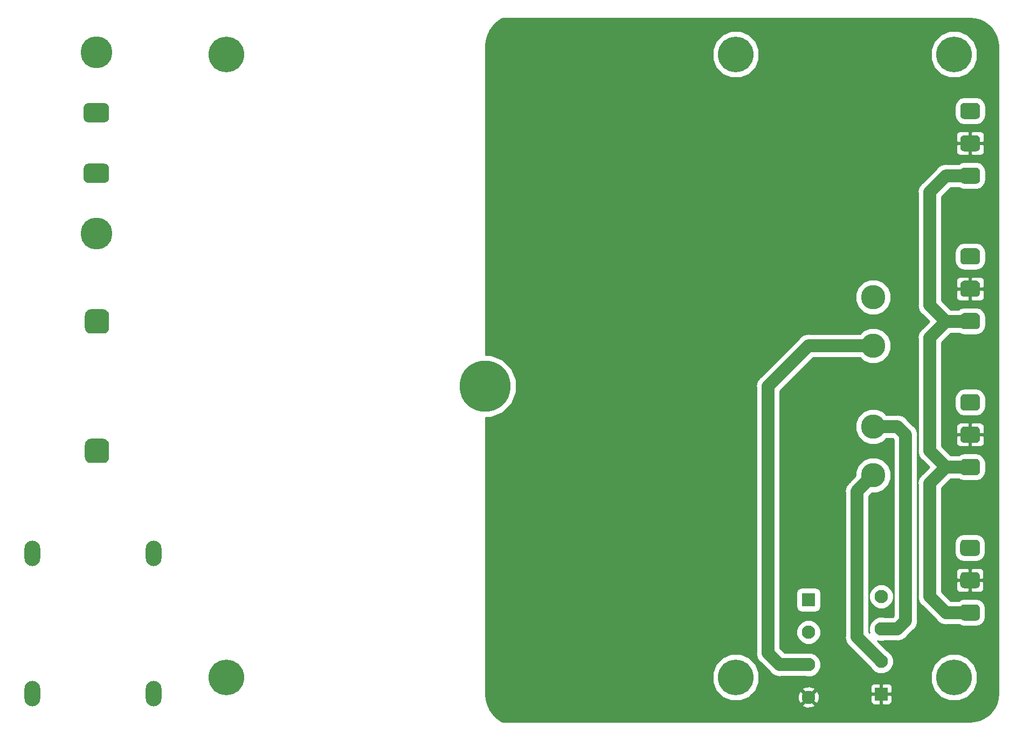
<source format=gbr>
G04 #@! TF.GenerationSoftware,KiCad,Pcbnew,(5.0.1)-4*
G04 #@! TF.CreationDate,2019-03-08T22:54:25+01:00*
G04 #@! TF.ProjectId,PSU - Transformer,505355202D205472616E73666F726D65,rev?*
G04 #@! TF.SameCoordinates,Original*
G04 #@! TF.FileFunction,Copper,L2,Bot,Signal*
G04 #@! TF.FilePolarity,Positive*
%FSLAX46Y46*%
G04 Gerber Fmt 4.6, Leading zero omitted, Abs format (unit mm)*
G04 Created by KiCad (PCBNEW (5.0.1)-4) date 3/8/2019 10:54:25 PM*
%MOMM*%
%LPD*%
G01*
G04 APERTURE LIST*
G04 #@! TA.AperFunction,ComponentPad*
%ADD10C,5.600000*%
G04 #@! TD*
G04 #@! TA.AperFunction,ComponentPad*
%ADD11C,2.100000*%
G04 #@! TD*
G04 #@! TA.AperFunction,ComponentPad*
%ADD12R,2.100000X2.100000*%
G04 #@! TD*
G04 #@! TA.AperFunction,ComponentPad*
%ADD13O,2.500000X4.000000*%
G04 #@! TD*
G04 #@! TA.AperFunction,Conductor*
%ADD14C,0.100000*%
G04 #@! TD*
G04 #@! TA.AperFunction,ComponentPad*
%ADD15C,3.000000*%
G04 #@! TD*
G04 #@! TA.AperFunction,WasherPad*
%ADD16C,5.000000*%
G04 #@! TD*
G04 #@! TA.AperFunction,ComponentPad*
%ADD17C,2.540000*%
G04 #@! TD*
G04 #@! TA.AperFunction,ComponentPad*
%ADD18C,3.810000*%
G04 #@! TD*
G04 #@! TA.AperFunction,WasherPad*
%ADD19C,8.000000*%
G04 #@! TD*
G04 #@! TA.AperFunction,Conductor*
%ADD20C,2.000000*%
G04 #@! TD*
G04 #@! TA.AperFunction,Conductor*
%ADD21C,0.254000*%
G04 #@! TD*
G04 APERTURE END LIST*
D10*
G04 #@! TO.P,,1*
G04 #@! TO.N,N/C*
X106680000Y-132080000D03*
G04 #@! TD*
G04 #@! TO.P,,1*
G04 #@! TO.N,N/C*
X220980000Y-34290000D03*
G04 #@! TD*
G04 #@! TO.P,,1*
G04 #@! TO.N,N/C*
X106680000Y-34290000D03*
G04 #@! TD*
G04 #@! TO.P,,1*
G04 #@! TO.N,N/C*
X186690000Y-34290000D03*
G04 #@! TD*
G04 #@! TO.P,,1*
G04 #@! TO.N,N/C*
X186690000Y-132080000D03*
G04 #@! TD*
G04 #@! TO.P,,1*
G04 #@! TO.N,N/C*
X220980000Y-132080000D03*
G04 #@! TD*
D11*
G04 #@! TO.P,D1,3*
G04 #@! TO.N,Net-(D1-Pad3)*
X198120000Y-130080000D03*
G04 #@! TO.P,D1,4*
G04 #@! TO.N,GND*
X198120000Y-135180000D03*
G04 #@! TO.P,D1,2*
G04 #@! TO.N,Net-(D1-Pad2)*
X198120000Y-124980000D03*
D12*
G04 #@! TO.P,D1,1*
G04 #@! TO.N,+12_IN*
X198120000Y-119880000D03*
G04 #@! TD*
G04 #@! TO.P,D2,1*
G04 #@! TO.N,GND*
X209550000Y-134680000D03*
D11*
G04 #@! TO.P,D2,2*
G04 #@! TO.N,Net-(D2-Pad2)*
X209550000Y-129580000D03*
G04 #@! TO.P,D2,4*
G04 #@! TO.N,-12_IN*
X209550000Y-119380000D03*
G04 #@! TO.P,D2,3*
G04 #@! TO.N,Net-(D2-Pad3)*
X209550000Y-124480000D03*
G04 #@! TD*
D13*
G04 #@! TO.P,F1,2*
G04 #@! TO.N,Net-(F1-Pad2)*
X76200000Y-112620000D03*
G04 #@! TO.P,F1,1*
G04 #@! TO.N,Net-(F1-Pad1)*
X76200000Y-134620000D03*
G04 #@! TD*
G04 #@! TO.P,F2,1*
G04 #@! TO.N,Net-(F2-Pad1)*
X95250000Y-134620000D03*
G04 #@! TO.P,F2,2*
G04 #@! TO.N,Net-(F2-Pad2)*
X95250000Y-112620000D03*
G04 #@! TD*
D14*
G04 #@! TO.N,Net-(F1-Pad2)*
G04 #@! TO.C,J1*
G36*
X87581913Y-51437411D02*
X87654718Y-51448211D01*
X87726114Y-51466095D01*
X87795413Y-51490890D01*
X87861948Y-51522359D01*
X87925078Y-51560198D01*
X87984195Y-51604042D01*
X88038730Y-51653470D01*
X88088158Y-51708005D01*
X88132002Y-51767122D01*
X88169841Y-51830252D01*
X88201310Y-51896787D01*
X88226105Y-51966086D01*
X88243989Y-52037482D01*
X88254789Y-52110287D01*
X88258400Y-52183800D01*
X88258400Y-53683800D01*
X88254789Y-53757313D01*
X88243989Y-53830118D01*
X88226105Y-53901514D01*
X88201310Y-53970813D01*
X88169841Y-54037348D01*
X88132002Y-54100478D01*
X88088158Y-54159595D01*
X88038730Y-54214130D01*
X87984195Y-54263558D01*
X87925078Y-54307402D01*
X87861948Y-54345241D01*
X87795413Y-54376710D01*
X87726114Y-54401505D01*
X87654718Y-54419389D01*
X87581913Y-54430189D01*
X87508400Y-54433800D01*
X85008400Y-54433800D01*
X84934887Y-54430189D01*
X84862082Y-54419389D01*
X84790686Y-54401505D01*
X84721387Y-54376710D01*
X84654852Y-54345241D01*
X84591722Y-54307402D01*
X84532605Y-54263558D01*
X84478070Y-54214130D01*
X84428642Y-54159595D01*
X84384798Y-54100478D01*
X84346959Y-54037348D01*
X84315490Y-53970813D01*
X84290695Y-53901514D01*
X84272811Y-53830118D01*
X84262011Y-53757313D01*
X84258400Y-53683800D01*
X84258400Y-52183800D01*
X84262011Y-52110287D01*
X84272811Y-52037482D01*
X84290695Y-51966086D01*
X84315490Y-51896787D01*
X84346959Y-51830252D01*
X84384798Y-51767122D01*
X84428642Y-51708005D01*
X84478070Y-51653470D01*
X84532605Y-51604042D01*
X84591722Y-51560198D01*
X84654852Y-51522359D01*
X84721387Y-51490890D01*
X84790686Y-51466095D01*
X84862082Y-51448211D01*
X84934887Y-51437411D01*
X85008400Y-51433800D01*
X87508400Y-51433800D01*
X87581913Y-51437411D01*
X87581913Y-51437411D01*
G37*
D15*
G04 #@! TD*
G04 #@! TO.P,J1,1*
G04 #@! TO.N,Net-(F1-Pad2)*
X86258400Y-52933800D03*
D14*
G04 #@! TO.N,Net-(F2-Pad2)*
G04 #@! TO.C,J1*
G36*
X87581913Y-41937411D02*
X87654718Y-41948211D01*
X87726114Y-41966095D01*
X87795413Y-41990890D01*
X87861948Y-42022359D01*
X87925078Y-42060198D01*
X87984195Y-42104042D01*
X88038730Y-42153470D01*
X88088158Y-42208005D01*
X88132002Y-42267122D01*
X88169841Y-42330252D01*
X88201310Y-42396787D01*
X88226105Y-42466086D01*
X88243989Y-42537482D01*
X88254789Y-42610287D01*
X88258400Y-42683800D01*
X88258400Y-44183800D01*
X88254789Y-44257313D01*
X88243989Y-44330118D01*
X88226105Y-44401514D01*
X88201310Y-44470813D01*
X88169841Y-44537348D01*
X88132002Y-44600478D01*
X88088158Y-44659595D01*
X88038730Y-44714130D01*
X87984195Y-44763558D01*
X87925078Y-44807402D01*
X87861948Y-44845241D01*
X87795413Y-44876710D01*
X87726114Y-44901505D01*
X87654718Y-44919389D01*
X87581913Y-44930189D01*
X87508400Y-44933800D01*
X85008400Y-44933800D01*
X84934887Y-44930189D01*
X84862082Y-44919389D01*
X84790686Y-44901505D01*
X84721387Y-44876710D01*
X84654852Y-44845241D01*
X84591722Y-44807402D01*
X84532605Y-44763558D01*
X84478070Y-44714130D01*
X84428642Y-44659595D01*
X84384798Y-44600478D01*
X84346959Y-44537348D01*
X84315490Y-44470813D01*
X84290695Y-44401514D01*
X84272811Y-44330118D01*
X84262011Y-44257313D01*
X84258400Y-44183800D01*
X84258400Y-42683800D01*
X84262011Y-42610287D01*
X84272811Y-42537482D01*
X84290695Y-42466086D01*
X84315490Y-42396787D01*
X84346959Y-42330252D01*
X84384798Y-42267122D01*
X84428642Y-42208005D01*
X84478070Y-42153470D01*
X84532605Y-42104042D01*
X84591722Y-42060198D01*
X84654852Y-42022359D01*
X84721387Y-41990890D01*
X84790686Y-41966095D01*
X84862082Y-41948211D01*
X84934887Y-41937411D01*
X85008400Y-41933800D01*
X87508400Y-41933800D01*
X87581913Y-41937411D01*
X87581913Y-41937411D01*
G37*
D15*
G04 #@! TD*
G04 #@! TO.P,J1,2*
G04 #@! TO.N,Net-(F2-Pad2)*
X86258400Y-43433800D03*
D16*
G04 #@! TO.P,J1,*
G04 #@! TO.N,*
X86258400Y-33933800D03*
X86258400Y-62433800D03*
G04 #@! TD*
D14*
G04 #@! TO.N,+12_IN*
G04 #@! TO.C,J2*
G36*
X224487241Y-41887658D02*
X224548882Y-41896801D01*
X224609331Y-41911943D01*
X224668004Y-41932936D01*
X224724337Y-41959580D01*
X224777787Y-41991617D01*
X224827840Y-42028738D01*
X224874013Y-42070587D01*
X224915862Y-42116760D01*
X224952983Y-42166813D01*
X224985020Y-42220263D01*
X225011664Y-42276596D01*
X225032657Y-42335269D01*
X225047799Y-42395718D01*
X225056942Y-42457359D01*
X225060000Y-42519600D01*
X225060000Y-43789600D01*
X225056942Y-43851841D01*
X225047799Y-43913482D01*
X225032657Y-43973931D01*
X225011664Y-44032604D01*
X224985020Y-44088937D01*
X224952983Y-44142387D01*
X224915862Y-44192440D01*
X224874013Y-44238613D01*
X224827840Y-44280462D01*
X224777787Y-44317583D01*
X224724337Y-44349620D01*
X224668004Y-44376264D01*
X224609331Y-44397257D01*
X224548882Y-44412399D01*
X224487241Y-44421542D01*
X224425000Y-44424600D01*
X222615000Y-44424600D01*
X222552759Y-44421542D01*
X222491118Y-44412399D01*
X222430669Y-44397257D01*
X222371996Y-44376264D01*
X222315663Y-44349620D01*
X222262213Y-44317583D01*
X222212160Y-44280462D01*
X222165987Y-44238613D01*
X222124138Y-44192440D01*
X222087017Y-44142387D01*
X222054980Y-44088937D01*
X222028336Y-44032604D01*
X222007343Y-43973931D01*
X221992201Y-43913482D01*
X221983058Y-43851841D01*
X221980000Y-43789600D01*
X221980000Y-42519600D01*
X221983058Y-42457359D01*
X221992201Y-42395718D01*
X222007343Y-42335269D01*
X222028336Y-42276596D01*
X222054980Y-42220263D01*
X222087017Y-42166813D01*
X222124138Y-42116760D01*
X222165987Y-42070587D01*
X222212160Y-42028738D01*
X222262213Y-41991617D01*
X222315663Y-41959580D01*
X222371996Y-41932936D01*
X222430669Y-41911943D01*
X222491118Y-41896801D01*
X222552759Y-41887658D01*
X222615000Y-41884600D01*
X224425000Y-41884600D01*
X224487241Y-41887658D01*
X224487241Y-41887658D01*
G37*
D17*
G04 #@! TD*
G04 #@! TO.P,J2,1*
G04 #@! TO.N,+12_IN*
X223520000Y-43154600D03*
D14*
G04 #@! TO.N,GND*
G04 #@! TO.C,J2*
G36*
X224487241Y-46967658D02*
X224548882Y-46976801D01*
X224609331Y-46991943D01*
X224668004Y-47012936D01*
X224724337Y-47039580D01*
X224777787Y-47071617D01*
X224827840Y-47108738D01*
X224874013Y-47150587D01*
X224915862Y-47196760D01*
X224952983Y-47246813D01*
X224985020Y-47300263D01*
X225011664Y-47356596D01*
X225032657Y-47415269D01*
X225047799Y-47475718D01*
X225056942Y-47537359D01*
X225060000Y-47599600D01*
X225060000Y-48869600D01*
X225056942Y-48931841D01*
X225047799Y-48993482D01*
X225032657Y-49053931D01*
X225011664Y-49112604D01*
X224985020Y-49168937D01*
X224952983Y-49222387D01*
X224915862Y-49272440D01*
X224874013Y-49318613D01*
X224827840Y-49360462D01*
X224777787Y-49397583D01*
X224724337Y-49429620D01*
X224668004Y-49456264D01*
X224609331Y-49477257D01*
X224548882Y-49492399D01*
X224487241Y-49501542D01*
X224425000Y-49504600D01*
X222615000Y-49504600D01*
X222552759Y-49501542D01*
X222491118Y-49492399D01*
X222430669Y-49477257D01*
X222371996Y-49456264D01*
X222315663Y-49429620D01*
X222262213Y-49397583D01*
X222212160Y-49360462D01*
X222165987Y-49318613D01*
X222124138Y-49272440D01*
X222087017Y-49222387D01*
X222054980Y-49168937D01*
X222028336Y-49112604D01*
X222007343Y-49053931D01*
X221992201Y-48993482D01*
X221983058Y-48931841D01*
X221980000Y-48869600D01*
X221980000Y-47599600D01*
X221983058Y-47537359D01*
X221992201Y-47475718D01*
X222007343Y-47415269D01*
X222028336Y-47356596D01*
X222054980Y-47300263D01*
X222087017Y-47246813D01*
X222124138Y-47196760D01*
X222165987Y-47150587D01*
X222212160Y-47108738D01*
X222262213Y-47071617D01*
X222315663Y-47039580D01*
X222371996Y-47012936D01*
X222430669Y-46991943D01*
X222491118Y-46976801D01*
X222552759Y-46967658D01*
X222615000Y-46964600D01*
X224425000Y-46964600D01*
X224487241Y-46967658D01*
X224487241Y-46967658D01*
G37*
D17*
G04 #@! TD*
G04 #@! TO.P,J2,2*
G04 #@! TO.N,GND*
X223520000Y-48234600D03*
D14*
G04 #@! TO.N,-12_IN*
G04 #@! TO.C,J2*
G36*
X224487241Y-52047658D02*
X224548882Y-52056801D01*
X224609331Y-52071943D01*
X224668004Y-52092936D01*
X224724337Y-52119580D01*
X224777787Y-52151617D01*
X224827840Y-52188738D01*
X224874013Y-52230587D01*
X224915862Y-52276760D01*
X224952983Y-52326813D01*
X224985020Y-52380263D01*
X225011664Y-52436596D01*
X225032657Y-52495269D01*
X225047799Y-52555718D01*
X225056942Y-52617359D01*
X225060000Y-52679600D01*
X225060000Y-53949600D01*
X225056942Y-54011841D01*
X225047799Y-54073482D01*
X225032657Y-54133931D01*
X225011664Y-54192604D01*
X224985020Y-54248937D01*
X224952983Y-54302387D01*
X224915862Y-54352440D01*
X224874013Y-54398613D01*
X224827840Y-54440462D01*
X224777787Y-54477583D01*
X224724337Y-54509620D01*
X224668004Y-54536264D01*
X224609331Y-54557257D01*
X224548882Y-54572399D01*
X224487241Y-54581542D01*
X224425000Y-54584600D01*
X222615000Y-54584600D01*
X222552759Y-54581542D01*
X222491118Y-54572399D01*
X222430669Y-54557257D01*
X222371996Y-54536264D01*
X222315663Y-54509620D01*
X222262213Y-54477583D01*
X222212160Y-54440462D01*
X222165987Y-54398613D01*
X222124138Y-54352440D01*
X222087017Y-54302387D01*
X222054980Y-54248937D01*
X222028336Y-54192604D01*
X222007343Y-54133931D01*
X221992201Y-54073482D01*
X221983058Y-54011841D01*
X221980000Y-53949600D01*
X221980000Y-52679600D01*
X221983058Y-52617359D01*
X221992201Y-52555718D01*
X222007343Y-52495269D01*
X222028336Y-52436596D01*
X222054980Y-52380263D01*
X222087017Y-52326813D01*
X222124138Y-52276760D01*
X222165987Y-52230587D01*
X222212160Y-52188738D01*
X222262213Y-52151617D01*
X222315663Y-52119580D01*
X222371996Y-52092936D01*
X222430669Y-52071943D01*
X222491118Y-52056801D01*
X222552759Y-52047658D01*
X222615000Y-52044600D01*
X224425000Y-52044600D01*
X224487241Y-52047658D01*
X224487241Y-52047658D01*
G37*
D17*
G04 #@! TD*
G04 #@! TO.P,J2,3*
G04 #@! TO.N,-12_IN*
X223520000Y-53314600D03*
D14*
G04 #@! TO.N,-12_IN*
G04 #@! TO.C,J3*
G36*
X224487241Y-74882258D02*
X224548882Y-74891401D01*
X224609331Y-74906543D01*
X224668004Y-74927536D01*
X224724337Y-74954180D01*
X224777787Y-74986217D01*
X224827840Y-75023338D01*
X224874013Y-75065187D01*
X224915862Y-75111360D01*
X224952983Y-75161413D01*
X224985020Y-75214863D01*
X225011664Y-75271196D01*
X225032657Y-75329869D01*
X225047799Y-75390318D01*
X225056942Y-75451959D01*
X225060000Y-75514200D01*
X225060000Y-76784200D01*
X225056942Y-76846441D01*
X225047799Y-76908082D01*
X225032657Y-76968531D01*
X225011664Y-77027204D01*
X224985020Y-77083537D01*
X224952983Y-77136987D01*
X224915862Y-77187040D01*
X224874013Y-77233213D01*
X224827840Y-77275062D01*
X224777787Y-77312183D01*
X224724337Y-77344220D01*
X224668004Y-77370864D01*
X224609331Y-77391857D01*
X224548882Y-77406999D01*
X224487241Y-77416142D01*
X224425000Y-77419200D01*
X222615000Y-77419200D01*
X222552759Y-77416142D01*
X222491118Y-77406999D01*
X222430669Y-77391857D01*
X222371996Y-77370864D01*
X222315663Y-77344220D01*
X222262213Y-77312183D01*
X222212160Y-77275062D01*
X222165987Y-77233213D01*
X222124138Y-77187040D01*
X222087017Y-77136987D01*
X222054980Y-77083537D01*
X222028336Y-77027204D01*
X222007343Y-76968531D01*
X221992201Y-76908082D01*
X221983058Y-76846441D01*
X221980000Y-76784200D01*
X221980000Y-75514200D01*
X221983058Y-75451959D01*
X221992201Y-75390318D01*
X222007343Y-75329869D01*
X222028336Y-75271196D01*
X222054980Y-75214863D01*
X222087017Y-75161413D01*
X222124138Y-75111360D01*
X222165987Y-75065187D01*
X222212160Y-75023338D01*
X222262213Y-74986217D01*
X222315663Y-74954180D01*
X222371996Y-74927536D01*
X222430669Y-74906543D01*
X222491118Y-74891401D01*
X222552759Y-74882258D01*
X222615000Y-74879200D01*
X224425000Y-74879200D01*
X224487241Y-74882258D01*
X224487241Y-74882258D01*
G37*
D17*
G04 #@! TD*
G04 #@! TO.P,J3,3*
G04 #@! TO.N,-12_IN*
X223520000Y-76149200D03*
D14*
G04 #@! TO.N,GND*
G04 #@! TO.C,J3*
G36*
X224487241Y-69802258D02*
X224548882Y-69811401D01*
X224609331Y-69826543D01*
X224668004Y-69847536D01*
X224724337Y-69874180D01*
X224777787Y-69906217D01*
X224827840Y-69943338D01*
X224874013Y-69985187D01*
X224915862Y-70031360D01*
X224952983Y-70081413D01*
X224985020Y-70134863D01*
X225011664Y-70191196D01*
X225032657Y-70249869D01*
X225047799Y-70310318D01*
X225056942Y-70371959D01*
X225060000Y-70434200D01*
X225060000Y-71704200D01*
X225056942Y-71766441D01*
X225047799Y-71828082D01*
X225032657Y-71888531D01*
X225011664Y-71947204D01*
X224985020Y-72003537D01*
X224952983Y-72056987D01*
X224915862Y-72107040D01*
X224874013Y-72153213D01*
X224827840Y-72195062D01*
X224777787Y-72232183D01*
X224724337Y-72264220D01*
X224668004Y-72290864D01*
X224609331Y-72311857D01*
X224548882Y-72326999D01*
X224487241Y-72336142D01*
X224425000Y-72339200D01*
X222615000Y-72339200D01*
X222552759Y-72336142D01*
X222491118Y-72326999D01*
X222430669Y-72311857D01*
X222371996Y-72290864D01*
X222315663Y-72264220D01*
X222262213Y-72232183D01*
X222212160Y-72195062D01*
X222165987Y-72153213D01*
X222124138Y-72107040D01*
X222087017Y-72056987D01*
X222054980Y-72003537D01*
X222028336Y-71947204D01*
X222007343Y-71888531D01*
X221992201Y-71828082D01*
X221983058Y-71766441D01*
X221980000Y-71704200D01*
X221980000Y-70434200D01*
X221983058Y-70371959D01*
X221992201Y-70310318D01*
X222007343Y-70249869D01*
X222028336Y-70191196D01*
X222054980Y-70134863D01*
X222087017Y-70081413D01*
X222124138Y-70031360D01*
X222165987Y-69985187D01*
X222212160Y-69943338D01*
X222262213Y-69906217D01*
X222315663Y-69874180D01*
X222371996Y-69847536D01*
X222430669Y-69826543D01*
X222491118Y-69811401D01*
X222552759Y-69802258D01*
X222615000Y-69799200D01*
X224425000Y-69799200D01*
X224487241Y-69802258D01*
X224487241Y-69802258D01*
G37*
D17*
G04 #@! TD*
G04 #@! TO.P,J3,2*
G04 #@! TO.N,GND*
X223520000Y-71069200D03*
D14*
G04 #@! TO.N,+12_IN*
G04 #@! TO.C,J3*
G36*
X224487241Y-64722258D02*
X224548882Y-64731401D01*
X224609331Y-64746543D01*
X224668004Y-64767536D01*
X224724337Y-64794180D01*
X224777787Y-64826217D01*
X224827840Y-64863338D01*
X224874013Y-64905187D01*
X224915862Y-64951360D01*
X224952983Y-65001413D01*
X224985020Y-65054863D01*
X225011664Y-65111196D01*
X225032657Y-65169869D01*
X225047799Y-65230318D01*
X225056942Y-65291959D01*
X225060000Y-65354200D01*
X225060000Y-66624200D01*
X225056942Y-66686441D01*
X225047799Y-66748082D01*
X225032657Y-66808531D01*
X225011664Y-66867204D01*
X224985020Y-66923537D01*
X224952983Y-66976987D01*
X224915862Y-67027040D01*
X224874013Y-67073213D01*
X224827840Y-67115062D01*
X224777787Y-67152183D01*
X224724337Y-67184220D01*
X224668004Y-67210864D01*
X224609331Y-67231857D01*
X224548882Y-67246999D01*
X224487241Y-67256142D01*
X224425000Y-67259200D01*
X222615000Y-67259200D01*
X222552759Y-67256142D01*
X222491118Y-67246999D01*
X222430669Y-67231857D01*
X222371996Y-67210864D01*
X222315663Y-67184220D01*
X222262213Y-67152183D01*
X222212160Y-67115062D01*
X222165987Y-67073213D01*
X222124138Y-67027040D01*
X222087017Y-66976987D01*
X222054980Y-66923537D01*
X222028336Y-66867204D01*
X222007343Y-66808531D01*
X221992201Y-66748082D01*
X221983058Y-66686441D01*
X221980000Y-66624200D01*
X221980000Y-65354200D01*
X221983058Y-65291959D01*
X221992201Y-65230318D01*
X222007343Y-65169869D01*
X222028336Y-65111196D01*
X222054980Y-65054863D01*
X222087017Y-65001413D01*
X222124138Y-64951360D01*
X222165987Y-64905187D01*
X222212160Y-64863338D01*
X222262213Y-64826217D01*
X222315663Y-64794180D01*
X222371996Y-64767536D01*
X222430669Y-64746543D01*
X222491118Y-64731401D01*
X222552759Y-64722258D01*
X222615000Y-64719200D01*
X224425000Y-64719200D01*
X224487241Y-64722258D01*
X224487241Y-64722258D01*
G37*
D17*
G04 #@! TD*
G04 #@! TO.P,J3,1*
G04 #@! TO.N,+12_IN*
X223520000Y-65989200D03*
D14*
G04 #@! TO.N,+12_IN*
G04 #@! TO.C,J4*
G36*
X224487241Y-87633058D02*
X224548882Y-87642201D01*
X224609331Y-87657343D01*
X224668004Y-87678336D01*
X224724337Y-87704980D01*
X224777787Y-87737017D01*
X224827840Y-87774138D01*
X224874013Y-87815987D01*
X224915862Y-87862160D01*
X224952983Y-87912213D01*
X224985020Y-87965663D01*
X225011664Y-88021996D01*
X225032657Y-88080669D01*
X225047799Y-88141118D01*
X225056942Y-88202759D01*
X225060000Y-88265000D01*
X225060000Y-89535000D01*
X225056942Y-89597241D01*
X225047799Y-89658882D01*
X225032657Y-89719331D01*
X225011664Y-89778004D01*
X224985020Y-89834337D01*
X224952983Y-89887787D01*
X224915862Y-89937840D01*
X224874013Y-89984013D01*
X224827840Y-90025862D01*
X224777787Y-90062983D01*
X224724337Y-90095020D01*
X224668004Y-90121664D01*
X224609331Y-90142657D01*
X224548882Y-90157799D01*
X224487241Y-90166942D01*
X224425000Y-90170000D01*
X222615000Y-90170000D01*
X222552759Y-90166942D01*
X222491118Y-90157799D01*
X222430669Y-90142657D01*
X222371996Y-90121664D01*
X222315663Y-90095020D01*
X222262213Y-90062983D01*
X222212160Y-90025862D01*
X222165987Y-89984013D01*
X222124138Y-89937840D01*
X222087017Y-89887787D01*
X222054980Y-89834337D01*
X222028336Y-89778004D01*
X222007343Y-89719331D01*
X221992201Y-89658882D01*
X221983058Y-89597241D01*
X221980000Y-89535000D01*
X221980000Y-88265000D01*
X221983058Y-88202759D01*
X221992201Y-88141118D01*
X222007343Y-88080669D01*
X222028336Y-88021996D01*
X222054980Y-87965663D01*
X222087017Y-87912213D01*
X222124138Y-87862160D01*
X222165987Y-87815987D01*
X222212160Y-87774138D01*
X222262213Y-87737017D01*
X222315663Y-87704980D01*
X222371996Y-87678336D01*
X222430669Y-87657343D01*
X222491118Y-87642201D01*
X222552759Y-87633058D01*
X222615000Y-87630000D01*
X224425000Y-87630000D01*
X224487241Y-87633058D01*
X224487241Y-87633058D01*
G37*
D17*
G04 #@! TD*
G04 #@! TO.P,J4,1*
G04 #@! TO.N,+12_IN*
X223520000Y-88900000D03*
D14*
G04 #@! TO.N,GND*
G04 #@! TO.C,J4*
G36*
X224487241Y-92713058D02*
X224548882Y-92722201D01*
X224609331Y-92737343D01*
X224668004Y-92758336D01*
X224724337Y-92784980D01*
X224777787Y-92817017D01*
X224827840Y-92854138D01*
X224874013Y-92895987D01*
X224915862Y-92942160D01*
X224952983Y-92992213D01*
X224985020Y-93045663D01*
X225011664Y-93101996D01*
X225032657Y-93160669D01*
X225047799Y-93221118D01*
X225056942Y-93282759D01*
X225060000Y-93345000D01*
X225060000Y-94615000D01*
X225056942Y-94677241D01*
X225047799Y-94738882D01*
X225032657Y-94799331D01*
X225011664Y-94858004D01*
X224985020Y-94914337D01*
X224952983Y-94967787D01*
X224915862Y-95017840D01*
X224874013Y-95064013D01*
X224827840Y-95105862D01*
X224777787Y-95142983D01*
X224724337Y-95175020D01*
X224668004Y-95201664D01*
X224609331Y-95222657D01*
X224548882Y-95237799D01*
X224487241Y-95246942D01*
X224425000Y-95250000D01*
X222615000Y-95250000D01*
X222552759Y-95246942D01*
X222491118Y-95237799D01*
X222430669Y-95222657D01*
X222371996Y-95201664D01*
X222315663Y-95175020D01*
X222262213Y-95142983D01*
X222212160Y-95105862D01*
X222165987Y-95064013D01*
X222124138Y-95017840D01*
X222087017Y-94967787D01*
X222054980Y-94914337D01*
X222028336Y-94858004D01*
X222007343Y-94799331D01*
X221992201Y-94738882D01*
X221983058Y-94677241D01*
X221980000Y-94615000D01*
X221980000Y-93345000D01*
X221983058Y-93282759D01*
X221992201Y-93221118D01*
X222007343Y-93160669D01*
X222028336Y-93101996D01*
X222054980Y-93045663D01*
X222087017Y-92992213D01*
X222124138Y-92942160D01*
X222165987Y-92895987D01*
X222212160Y-92854138D01*
X222262213Y-92817017D01*
X222315663Y-92784980D01*
X222371996Y-92758336D01*
X222430669Y-92737343D01*
X222491118Y-92722201D01*
X222552759Y-92713058D01*
X222615000Y-92710000D01*
X224425000Y-92710000D01*
X224487241Y-92713058D01*
X224487241Y-92713058D01*
G37*
D17*
G04 #@! TD*
G04 #@! TO.P,J4,2*
G04 #@! TO.N,GND*
X223520000Y-93980000D03*
D14*
G04 #@! TO.N,-12_IN*
G04 #@! TO.C,J4*
G36*
X224487241Y-97793058D02*
X224548882Y-97802201D01*
X224609331Y-97817343D01*
X224668004Y-97838336D01*
X224724337Y-97864980D01*
X224777787Y-97897017D01*
X224827840Y-97934138D01*
X224874013Y-97975987D01*
X224915862Y-98022160D01*
X224952983Y-98072213D01*
X224985020Y-98125663D01*
X225011664Y-98181996D01*
X225032657Y-98240669D01*
X225047799Y-98301118D01*
X225056942Y-98362759D01*
X225060000Y-98425000D01*
X225060000Y-99695000D01*
X225056942Y-99757241D01*
X225047799Y-99818882D01*
X225032657Y-99879331D01*
X225011664Y-99938004D01*
X224985020Y-99994337D01*
X224952983Y-100047787D01*
X224915862Y-100097840D01*
X224874013Y-100144013D01*
X224827840Y-100185862D01*
X224777787Y-100222983D01*
X224724337Y-100255020D01*
X224668004Y-100281664D01*
X224609331Y-100302657D01*
X224548882Y-100317799D01*
X224487241Y-100326942D01*
X224425000Y-100330000D01*
X222615000Y-100330000D01*
X222552759Y-100326942D01*
X222491118Y-100317799D01*
X222430669Y-100302657D01*
X222371996Y-100281664D01*
X222315663Y-100255020D01*
X222262213Y-100222983D01*
X222212160Y-100185862D01*
X222165987Y-100144013D01*
X222124138Y-100097840D01*
X222087017Y-100047787D01*
X222054980Y-99994337D01*
X222028336Y-99938004D01*
X222007343Y-99879331D01*
X221992201Y-99818882D01*
X221983058Y-99757241D01*
X221980000Y-99695000D01*
X221980000Y-98425000D01*
X221983058Y-98362759D01*
X221992201Y-98301118D01*
X222007343Y-98240669D01*
X222028336Y-98181996D01*
X222054980Y-98125663D01*
X222087017Y-98072213D01*
X222124138Y-98022160D01*
X222165987Y-97975987D01*
X222212160Y-97934138D01*
X222262213Y-97897017D01*
X222315663Y-97864980D01*
X222371996Y-97838336D01*
X222430669Y-97817343D01*
X222491118Y-97802201D01*
X222552759Y-97793058D01*
X222615000Y-97790000D01*
X224425000Y-97790000D01*
X224487241Y-97793058D01*
X224487241Y-97793058D01*
G37*
D17*
G04 #@! TD*
G04 #@! TO.P,J4,3*
G04 #@! TO.N,-12_IN*
X223520000Y-99060000D03*
D14*
G04 #@! TO.N,-12_IN*
G04 #@! TO.C,J5*
G36*
X224461841Y-120627657D02*
X224523482Y-120636800D01*
X224583931Y-120651942D01*
X224642604Y-120672935D01*
X224698937Y-120699579D01*
X224752387Y-120731616D01*
X224802440Y-120768737D01*
X224848613Y-120810586D01*
X224890462Y-120856759D01*
X224927583Y-120906812D01*
X224959620Y-120960262D01*
X224986264Y-121016595D01*
X225007257Y-121075268D01*
X225022399Y-121135717D01*
X225031542Y-121197358D01*
X225034600Y-121259599D01*
X225034600Y-122529599D01*
X225031542Y-122591840D01*
X225022399Y-122653481D01*
X225007257Y-122713930D01*
X224986264Y-122772603D01*
X224959620Y-122828936D01*
X224927583Y-122882386D01*
X224890462Y-122932439D01*
X224848613Y-122978612D01*
X224802440Y-123020461D01*
X224752387Y-123057582D01*
X224698937Y-123089619D01*
X224642604Y-123116263D01*
X224583931Y-123137256D01*
X224523482Y-123152398D01*
X224461841Y-123161541D01*
X224399600Y-123164599D01*
X222589600Y-123164599D01*
X222527359Y-123161541D01*
X222465718Y-123152398D01*
X222405269Y-123137256D01*
X222346596Y-123116263D01*
X222290263Y-123089619D01*
X222236813Y-123057582D01*
X222186760Y-123020461D01*
X222140587Y-122978612D01*
X222098738Y-122932439D01*
X222061617Y-122882386D01*
X222029580Y-122828936D01*
X222002936Y-122772603D01*
X221981943Y-122713930D01*
X221966801Y-122653481D01*
X221957658Y-122591840D01*
X221954600Y-122529599D01*
X221954600Y-121259599D01*
X221957658Y-121197358D01*
X221966801Y-121135717D01*
X221981943Y-121075268D01*
X222002936Y-121016595D01*
X222029580Y-120960262D01*
X222061617Y-120906812D01*
X222098738Y-120856759D01*
X222140587Y-120810586D01*
X222186760Y-120768737D01*
X222236813Y-120731616D01*
X222290263Y-120699579D01*
X222346596Y-120672935D01*
X222405269Y-120651942D01*
X222465718Y-120636800D01*
X222527359Y-120627657D01*
X222589600Y-120624599D01*
X224399600Y-120624599D01*
X224461841Y-120627657D01*
X224461841Y-120627657D01*
G37*
D17*
G04 #@! TD*
G04 #@! TO.P,J5,3*
G04 #@! TO.N,-12_IN*
X223494600Y-121894599D03*
D14*
G04 #@! TO.N,GND*
G04 #@! TO.C,J5*
G36*
X224461841Y-115547657D02*
X224523482Y-115556800D01*
X224583931Y-115571942D01*
X224642604Y-115592935D01*
X224698937Y-115619579D01*
X224752387Y-115651616D01*
X224802440Y-115688737D01*
X224848613Y-115730586D01*
X224890462Y-115776759D01*
X224927583Y-115826812D01*
X224959620Y-115880262D01*
X224986264Y-115936595D01*
X225007257Y-115995268D01*
X225022399Y-116055717D01*
X225031542Y-116117358D01*
X225034600Y-116179599D01*
X225034600Y-117449599D01*
X225031542Y-117511840D01*
X225022399Y-117573481D01*
X225007257Y-117633930D01*
X224986264Y-117692603D01*
X224959620Y-117748936D01*
X224927583Y-117802386D01*
X224890462Y-117852439D01*
X224848613Y-117898612D01*
X224802440Y-117940461D01*
X224752387Y-117977582D01*
X224698937Y-118009619D01*
X224642604Y-118036263D01*
X224583931Y-118057256D01*
X224523482Y-118072398D01*
X224461841Y-118081541D01*
X224399600Y-118084599D01*
X222589600Y-118084599D01*
X222527359Y-118081541D01*
X222465718Y-118072398D01*
X222405269Y-118057256D01*
X222346596Y-118036263D01*
X222290263Y-118009619D01*
X222236813Y-117977582D01*
X222186760Y-117940461D01*
X222140587Y-117898612D01*
X222098738Y-117852439D01*
X222061617Y-117802386D01*
X222029580Y-117748936D01*
X222002936Y-117692603D01*
X221981943Y-117633930D01*
X221966801Y-117573481D01*
X221957658Y-117511840D01*
X221954600Y-117449599D01*
X221954600Y-116179599D01*
X221957658Y-116117358D01*
X221966801Y-116055717D01*
X221981943Y-115995268D01*
X222002936Y-115936595D01*
X222029580Y-115880262D01*
X222061617Y-115826812D01*
X222098738Y-115776759D01*
X222140587Y-115730586D01*
X222186760Y-115688737D01*
X222236813Y-115651616D01*
X222290263Y-115619579D01*
X222346596Y-115592935D01*
X222405269Y-115571942D01*
X222465718Y-115556800D01*
X222527359Y-115547657D01*
X222589600Y-115544599D01*
X224399600Y-115544599D01*
X224461841Y-115547657D01*
X224461841Y-115547657D01*
G37*
D17*
G04 #@! TD*
G04 #@! TO.P,J5,2*
G04 #@! TO.N,GND*
X223494600Y-116814599D03*
D14*
G04 #@! TO.N,+12_IN*
G04 #@! TO.C,J5*
G36*
X224461841Y-110467657D02*
X224523482Y-110476800D01*
X224583931Y-110491942D01*
X224642604Y-110512935D01*
X224698937Y-110539579D01*
X224752387Y-110571616D01*
X224802440Y-110608737D01*
X224848613Y-110650586D01*
X224890462Y-110696759D01*
X224927583Y-110746812D01*
X224959620Y-110800262D01*
X224986264Y-110856595D01*
X225007257Y-110915268D01*
X225022399Y-110975717D01*
X225031542Y-111037358D01*
X225034600Y-111099599D01*
X225034600Y-112369599D01*
X225031542Y-112431840D01*
X225022399Y-112493481D01*
X225007257Y-112553930D01*
X224986264Y-112612603D01*
X224959620Y-112668936D01*
X224927583Y-112722386D01*
X224890462Y-112772439D01*
X224848613Y-112818612D01*
X224802440Y-112860461D01*
X224752387Y-112897582D01*
X224698937Y-112929619D01*
X224642604Y-112956263D01*
X224583931Y-112977256D01*
X224523482Y-112992398D01*
X224461841Y-113001541D01*
X224399600Y-113004599D01*
X222589600Y-113004599D01*
X222527359Y-113001541D01*
X222465718Y-112992398D01*
X222405269Y-112977256D01*
X222346596Y-112956263D01*
X222290263Y-112929619D01*
X222236813Y-112897582D01*
X222186760Y-112860461D01*
X222140587Y-112818612D01*
X222098738Y-112772439D01*
X222061617Y-112722386D01*
X222029580Y-112668936D01*
X222002936Y-112612603D01*
X221981943Y-112553930D01*
X221966801Y-112493481D01*
X221957658Y-112431840D01*
X221954600Y-112369599D01*
X221954600Y-111099599D01*
X221957658Y-111037358D01*
X221966801Y-110975717D01*
X221981943Y-110915268D01*
X222002936Y-110856595D01*
X222029580Y-110800262D01*
X222061617Y-110746812D01*
X222098738Y-110696759D01*
X222140587Y-110650586D01*
X222186760Y-110608737D01*
X222236813Y-110571616D01*
X222290263Y-110539579D01*
X222346596Y-110512935D01*
X222405269Y-110491942D01*
X222465718Y-110476800D01*
X222527359Y-110467657D01*
X222589600Y-110464599D01*
X224399600Y-110464599D01*
X224461841Y-110467657D01*
X224461841Y-110467657D01*
G37*
D17*
G04 #@! TD*
G04 #@! TO.P,J5,1*
G04 #@! TO.N,+12_IN*
X223494600Y-111734599D03*
D14*
G04 #@! TO.N,Net-(F2-Pad1)*
G04 #@! TO.C,T1*
G36*
X87405861Y-94619587D02*
X87498324Y-94633302D01*
X87588996Y-94656014D01*
X87677006Y-94687505D01*
X87761505Y-94727470D01*
X87841681Y-94775525D01*
X87916760Y-94831208D01*
X87986019Y-94893981D01*
X88048792Y-94963240D01*
X88104475Y-95038319D01*
X88152530Y-95118495D01*
X88192495Y-95202994D01*
X88223986Y-95291004D01*
X88246698Y-95381676D01*
X88260413Y-95474139D01*
X88265000Y-95567500D01*
X88265000Y-97472500D01*
X88260413Y-97565861D01*
X88246698Y-97658324D01*
X88223986Y-97748996D01*
X88192495Y-97837006D01*
X88152530Y-97921505D01*
X88104475Y-98001681D01*
X88048792Y-98076760D01*
X87986019Y-98146019D01*
X87916760Y-98208792D01*
X87841681Y-98264475D01*
X87761505Y-98312530D01*
X87677006Y-98352495D01*
X87588996Y-98383986D01*
X87498324Y-98406698D01*
X87405861Y-98420413D01*
X87312500Y-98425000D01*
X85407500Y-98425000D01*
X85314139Y-98420413D01*
X85221676Y-98406698D01*
X85131004Y-98383986D01*
X85042994Y-98352495D01*
X84958495Y-98312530D01*
X84878319Y-98264475D01*
X84803240Y-98208792D01*
X84733981Y-98146019D01*
X84671208Y-98076760D01*
X84615525Y-98001681D01*
X84567470Y-97921505D01*
X84527505Y-97837006D01*
X84496014Y-97748996D01*
X84473302Y-97658324D01*
X84459587Y-97565861D01*
X84455000Y-97472500D01*
X84455000Y-95567500D01*
X84459587Y-95474139D01*
X84473302Y-95381676D01*
X84496014Y-95291004D01*
X84527505Y-95202994D01*
X84567470Y-95118495D01*
X84615525Y-95038319D01*
X84671208Y-94963240D01*
X84733981Y-94893981D01*
X84803240Y-94831208D01*
X84878319Y-94775525D01*
X84958495Y-94727470D01*
X85042994Y-94687505D01*
X85131004Y-94656014D01*
X85221676Y-94633302D01*
X85314139Y-94619587D01*
X85407500Y-94615000D01*
X87312500Y-94615000D01*
X87405861Y-94619587D01*
X87405861Y-94619587D01*
G37*
D18*
G04 #@! TD*
G04 #@! TO.P,T1,2*
G04 #@! TO.N,Net-(F2-Pad1)*
X86360000Y-96520000D03*
G04 #@! TO.P,T1,4*
G04 #@! TO.N,Net-(D1-Pad3)*
X208280000Y-80010000D03*
G04 #@! TO.P,T1,5*
G04 #@! TO.N,Net-(D2-Pad3)*
X208280000Y-92710000D03*
G04 #@! TO.P,T1,6*
G04 #@! TO.N,Net-(D2-Pad2)*
X208280000Y-100330000D03*
G04 #@! TO.P,T1,3*
G04 #@! TO.N,Net-(D1-Pad2)*
X208280000Y-72390000D03*
D14*
G04 #@! TD*
G04 #@! TO.N,Net-(F1-Pad1)*
G04 #@! TO.C,T1*
G36*
X87405861Y-74299587D02*
X87498324Y-74313302D01*
X87588996Y-74336014D01*
X87677006Y-74367505D01*
X87761505Y-74407470D01*
X87841681Y-74455525D01*
X87916760Y-74511208D01*
X87986019Y-74573981D01*
X88048792Y-74643240D01*
X88104475Y-74718319D01*
X88152530Y-74798495D01*
X88192495Y-74882994D01*
X88223986Y-74971004D01*
X88246698Y-75061676D01*
X88260413Y-75154139D01*
X88265000Y-75247500D01*
X88265000Y-77152500D01*
X88260413Y-77245861D01*
X88246698Y-77338324D01*
X88223986Y-77428996D01*
X88192495Y-77517006D01*
X88152530Y-77601505D01*
X88104475Y-77681681D01*
X88048792Y-77756760D01*
X87986019Y-77826019D01*
X87916760Y-77888792D01*
X87841681Y-77944475D01*
X87761505Y-77992530D01*
X87677006Y-78032495D01*
X87588996Y-78063986D01*
X87498324Y-78086698D01*
X87405861Y-78100413D01*
X87312500Y-78105000D01*
X85407500Y-78105000D01*
X85314139Y-78100413D01*
X85221676Y-78086698D01*
X85131004Y-78063986D01*
X85042994Y-78032495D01*
X84958495Y-77992530D01*
X84878319Y-77944475D01*
X84803240Y-77888792D01*
X84733981Y-77826019D01*
X84671208Y-77756760D01*
X84615525Y-77681681D01*
X84567470Y-77601505D01*
X84527505Y-77517006D01*
X84496014Y-77428996D01*
X84473302Y-77338324D01*
X84459587Y-77245861D01*
X84455000Y-77152500D01*
X84455000Y-75247500D01*
X84459587Y-75154139D01*
X84473302Y-75061676D01*
X84496014Y-74971004D01*
X84527505Y-74882994D01*
X84567470Y-74798495D01*
X84615525Y-74718319D01*
X84671208Y-74643240D01*
X84733981Y-74573981D01*
X84803240Y-74511208D01*
X84878319Y-74455525D01*
X84958495Y-74407470D01*
X85042994Y-74367505D01*
X85131004Y-74336014D01*
X85221676Y-74313302D01*
X85314139Y-74299587D01*
X85407500Y-74295000D01*
X87312500Y-74295000D01*
X87405861Y-74299587D01*
X87405861Y-74299587D01*
G37*
D18*
G04 #@! TO.P,T1,1*
G04 #@! TO.N,Net-(F1-Pad1)*
X86360000Y-76200000D03*
D19*
G04 #@! TO.P,T1,*
G04 #@! TO.N,*
X147320000Y-86360000D03*
G04 #@! TD*
D20*
G04 #@! TO.N,Net-(D1-Pad3)*
X198120000Y-130080000D02*
X193580000Y-130080000D01*
X193580000Y-130080000D02*
X191770000Y-128270000D01*
X191770000Y-128270000D02*
X191770000Y-86360000D01*
X191770000Y-86360000D02*
X198120000Y-80010000D01*
X198120000Y-80010000D02*
X208280000Y-80010000D01*
G04 #@! TO.N,Net-(D2-Pad3)*
X212070000Y-124480000D02*
X209550000Y-124480000D01*
X213360000Y-123190000D02*
X212070000Y-124480000D01*
X213360000Y-93980000D02*
X213360000Y-123190000D01*
X208280000Y-92710000D02*
X212090000Y-92710000D01*
X212090000Y-92710000D02*
X213360000Y-93980000D01*
G04 #@! TO.N,Net-(D2-Pad2)*
X206375001Y-102234999D02*
X208280000Y-100330000D01*
X205740000Y-102870000D02*
X206375001Y-102234999D01*
X205740000Y-125770000D02*
X205740000Y-102870000D01*
X209550000Y-129580000D02*
X205740000Y-125770000D01*
G04 #@! TO.N,-12_IN*
X223520000Y-121920000D02*
X219710000Y-121920000D01*
X219710000Y-121920000D02*
X217170000Y-119380000D01*
X217170000Y-119380000D02*
X217170000Y-101600000D01*
X217170000Y-101600000D02*
X219710000Y-99060000D01*
X219710000Y-99060000D02*
X223520000Y-99060000D01*
X219710000Y-99060000D02*
X217170000Y-96520000D01*
X217170000Y-96520000D02*
X217170000Y-78740000D01*
X217170000Y-78740000D02*
X219710000Y-76200000D01*
X219710000Y-76200000D02*
X223520000Y-76200000D01*
X219710000Y-76200000D02*
X217170000Y-73660000D01*
X217170000Y-73660000D02*
X217170000Y-55880000D01*
X217170000Y-55880000D02*
X219710000Y-53340000D01*
X219710000Y-53340000D02*
X223520000Y-53340000D01*
G04 #@! TD*
D21*
G04 #@! TO.N,GND*
G36*
X224297803Y-28697139D02*
X225051023Y-28903197D01*
X225755852Y-29239384D01*
X226390002Y-29695065D01*
X226933441Y-30255851D01*
X227368981Y-30904001D01*
X227682862Y-31619043D01*
X227866424Y-32383636D01*
X227915001Y-33045126D01*
X227915000Y-134589494D01*
X227842861Y-135397805D01*
X227636803Y-136151023D01*
X227300616Y-136855852D01*
X226844932Y-137490005D01*
X226284149Y-138033441D01*
X225635996Y-138468982D01*
X224920956Y-138782863D01*
X224156364Y-138966424D01*
X223494887Y-139015000D01*
X150088069Y-139015000D01*
X149883740Y-138919720D01*
X149188012Y-138432566D01*
X148587434Y-137831988D01*
X148100280Y-137136260D01*
X147742363Y-136368703D01*
X197110902Y-136368703D01*
X197215687Y-136640745D01*
X197843526Y-136875619D01*
X198513456Y-136852349D01*
X199024313Y-136640745D01*
X199129098Y-136368703D01*
X198120000Y-135359605D01*
X197110902Y-136368703D01*
X147742363Y-136368703D01*
X147741335Y-136366500D01*
X147521510Y-135546103D01*
X147447000Y-134694452D01*
X147447000Y-131348599D01*
X183013000Y-131348599D01*
X183013000Y-132811401D01*
X183572790Y-134162853D01*
X184607147Y-135197210D01*
X185958599Y-135757000D01*
X187421401Y-135757000D01*
X188772853Y-135197210D01*
X189066537Y-134903526D01*
X196424381Y-134903526D01*
X196447651Y-135573456D01*
X196659255Y-136084313D01*
X196931297Y-136189098D01*
X197940395Y-135180000D01*
X198299605Y-135180000D01*
X199308703Y-136189098D01*
X199580745Y-136084313D01*
X199815619Y-135456474D01*
X199798574Y-134965750D01*
X207865000Y-134965750D01*
X207865000Y-135856309D01*
X207961673Y-136089698D01*
X208140301Y-136268327D01*
X208373690Y-136365000D01*
X209264250Y-136365000D01*
X209423000Y-136206250D01*
X209423000Y-134807000D01*
X209677000Y-134807000D01*
X209677000Y-136206250D01*
X209835750Y-136365000D01*
X210726310Y-136365000D01*
X210959699Y-136268327D01*
X211138327Y-136089698D01*
X211235000Y-135856309D01*
X211235000Y-134965750D01*
X211076250Y-134807000D01*
X209677000Y-134807000D01*
X209423000Y-134807000D01*
X208023750Y-134807000D01*
X207865000Y-134965750D01*
X199798574Y-134965750D01*
X199792349Y-134786544D01*
X199580745Y-134275687D01*
X199308703Y-134170902D01*
X198299605Y-135180000D01*
X197940395Y-135180000D01*
X196931297Y-134170902D01*
X196659255Y-134275687D01*
X196424381Y-134903526D01*
X189066537Y-134903526D01*
X189807210Y-134162853D01*
X189878270Y-133991297D01*
X197110902Y-133991297D01*
X198120000Y-135000395D01*
X199129098Y-133991297D01*
X199024313Y-133719255D01*
X198448092Y-133503691D01*
X207865000Y-133503691D01*
X207865000Y-134394250D01*
X208023750Y-134553000D01*
X209423000Y-134553000D01*
X209423000Y-133153750D01*
X209677000Y-133153750D01*
X209677000Y-134553000D01*
X211076250Y-134553000D01*
X211235000Y-134394250D01*
X211235000Y-133503691D01*
X211138327Y-133270302D01*
X210959699Y-133091673D01*
X210726310Y-132995000D01*
X209835750Y-132995000D01*
X209677000Y-133153750D01*
X209423000Y-133153750D01*
X209264250Y-132995000D01*
X208373690Y-132995000D01*
X208140301Y-133091673D01*
X207961673Y-133270302D01*
X207865000Y-133503691D01*
X198448092Y-133503691D01*
X198396474Y-133484381D01*
X197726544Y-133507651D01*
X197215687Y-133719255D01*
X197110902Y-133991297D01*
X189878270Y-133991297D01*
X190367000Y-132811401D01*
X190367000Y-131348599D01*
X189807210Y-129997147D01*
X188772853Y-128962790D01*
X187421401Y-128403000D01*
X185958599Y-128403000D01*
X184607147Y-128962790D01*
X183572790Y-129997147D01*
X183013000Y-131348599D01*
X147447000Y-131348599D01*
X147447000Y-91237000D01*
X148290096Y-91237000D01*
X150082599Y-90494521D01*
X151454521Y-89122599D01*
X152197000Y-87330096D01*
X152197000Y-86360000D01*
X189856229Y-86360000D01*
X189893001Y-86544867D01*
X189893000Y-128085138D01*
X189856229Y-128270000D01*
X189893000Y-128454862D01*
X189893000Y-128454865D01*
X190001905Y-129002368D01*
X190416759Y-129623241D01*
X190573482Y-129727960D01*
X192122041Y-131276520D01*
X192226759Y-131433241D01*
X192383479Y-131537958D01*
X192383480Y-131537959D01*
X192847631Y-131848095D01*
X193580000Y-131993772D01*
X193764866Y-131957000D01*
X197615985Y-131957000D01*
X197736696Y-132007000D01*
X198503304Y-132007000D01*
X199211558Y-131713632D01*
X199753632Y-131171558D01*
X200047000Y-130463304D01*
X200047000Y-129696696D01*
X199753632Y-128988442D01*
X199211558Y-128446368D01*
X198503304Y-128153000D01*
X197736696Y-128153000D01*
X197615985Y-128203000D01*
X194357479Y-128203000D01*
X193647000Y-127492522D01*
X193647000Y-124596696D01*
X196193000Y-124596696D01*
X196193000Y-125363304D01*
X196486368Y-126071558D01*
X197028442Y-126613632D01*
X197736696Y-126907000D01*
X198503304Y-126907000D01*
X199211558Y-126613632D01*
X199753632Y-126071558D01*
X200047000Y-125363304D01*
X200047000Y-124596696D01*
X199753632Y-123888442D01*
X199211558Y-123346368D01*
X198503304Y-123053000D01*
X197736696Y-123053000D01*
X197028442Y-123346368D01*
X196486368Y-123888442D01*
X196193000Y-124596696D01*
X193647000Y-124596696D01*
X193647000Y-118830000D01*
X196175819Y-118830000D01*
X196175819Y-120930000D01*
X196243884Y-121272188D01*
X196437719Y-121562281D01*
X196727812Y-121756116D01*
X197070000Y-121824181D01*
X199170000Y-121824181D01*
X199512188Y-121756116D01*
X199802281Y-121562281D01*
X199996116Y-121272188D01*
X200064181Y-120930000D01*
X200064181Y-118830000D01*
X199996116Y-118487812D01*
X199802281Y-118197719D01*
X199512188Y-118003884D01*
X199170000Y-117935819D01*
X197070000Y-117935819D01*
X196727812Y-118003884D01*
X196437719Y-118197719D01*
X196243884Y-118487812D01*
X196175819Y-118830000D01*
X193647000Y-118830000D01*
X193647000Y-102870000D01*
X203826229Y-102870000D01*
X203863001Y-103054867D01*
X203863000Y-125585138D01*
X203826229Y-125770000D01*
X203863000Y-125954862D01*
X203863000Y-125954865D01*
X203971905Y-126502368D01*
X204386759Y-127123241D01*
X204543482Y-127227960D01*
X207866368Y-130550847D01*
X207916368Y-130671558D01*
X208458442Y-131213632D01*
X209166696Y-131507000D01*
X209933304Y-131507000D01*
X210315718Y-131348599D01*
X217303000Y-131348599D01*
X217303000Y-132811401D01*
X217862790Y-134162853D01*
X218897147Y-135197210D01*
X220248599Y-135757000D01*
X221711401Y-135757000D01*
X223062853Y-135197210D01*
X224097210Y-134162853D01*
X224657000Y-132811401D01*
X224657000Y-131348599D01*
X224097210Y-129997147D01*
X223062853Y-128962790D01*
X221711401Y-128403000D01*
X220248599Y-128403000D01*
X218897147Y-128962790D01*
X217862790Y-129997147D01*
X217303000Y-131348599D01*
X210315718Y-131348599D01*
X210641558Y-131213632D01*
X211183632Y-130671558D01*
X211477000Y-129963304D01*
X211477000Y-129196696D01*
X211183632Y-128488442D01*
X210641558Y-127946368D01*
X210520847Y-127896368D01*
X208935866Y-126311387D01*
X209166696Y-126407000D01*
X209933304Y-126407000D01*
X210054015Y-126357000D01*
X211885138Y-126357000D01*
X212070000Y-126393771D01*
X212254862Y-126357000D01*
X212254866Y-126357000D01*
X212802369Y-126248095D01*
X213423241Y-125833241D01*
X213527960Y-125676518D01*
X214556520Y-124647959D01*
X214713241Y-124543241D01*
X215128095Y-123922369D01*
X215237000Y-123374866D01*
X215237000Y-123374862D01*
X215273771Y-123190001D01*
X215237000Y-123005140D01*
X215237000Y-94164860D01*
X215273771Y-93979999D01*
X215237000Y-93795138D01*
X215237000Y-93795134D01*
X215128095Y-93247631D01*
X214713241Y-92626759D01*
X214556521Y-92522042D01*
X213547960Y-91513482D01*
X213443241Y-91356759D01*
X212822369Y-90941905D01*
X212274866Y-90833000D01*
X212274862Y-90833000D01*
X212090000Y-90796229D01*
X211905138Y-90833000D01*
X210337343Y-90833000D01*
X209855877Y-90351534D01*
X208833374Y-89928000D01*
X207726626Y-89928000D01*
X206704123Y-90351534D01*
X205921534Y-91134123D01*
X205498000Y-92156626D01*
X205498000Y-93263374D01*
X205921534Y-94285877D01*
X206704123Y-95068466D01*
X207726626Y-95492000D01*
X208833374Y-95492000D01*
X209855877Y-95068466D01*
X210337343Y-94587000D01*
X211312522Y-94587000D01*
X211483000Y-94757479D01*
X211483001Y-122412520D01*
X211292522Y-122603000D01*
X210054015Y-122603000D01*
X209933304Y-122553000D01*
X209166696Y-122553000D01*
X208458442Y-122846368D01*
X207916368Y-123388442D01*
X207623000Y-124096696D01*
X207623000Y-124863304D01*
X207718613Y-125094135D01*
X207617000Y-124992522D01*
X207617000Y-118996696D01*
X207623000Y-118996696D01*
X207623000Y-119763304D01*
X207916368Y-120471558D01*
X208458442Y-121013632D01*
X209166696Y-121307000D01*
X209933304Y-121307000D01*
X210641558Y-121013632D01*
X211183632Y-120471558D01*
X211477000Y-119763304D01*
X211477000Y-118996696D01*
X211183632Y-118288442D01*
X210641558Y-117746368D01*
X209933304Y-117453000D01*
X209166696Y-117453000D01*
X208458442Y-117746368D01*
X207916368Y-118288442D01*
X207623000Y-118996696D01*
X207617000Y-118996696D01*
X207617000Y-103647478D01*
X208152478Y-103112000D01*
X208833374Y-103112000D01*
X209855877Y-102688466D01*
X210638466Y-101905877D01*
X211062000Y-100883374D01*
X211062000Y-99776626D01*
X210638466Y-98754123D01*
X209855877Y-97971534D01*
X208833374Y-97548000D01*
X207726626Y-97548000D01*
X206704123Y-97971534D01*
X205921534Y-98754123D01*
X205498000Y-99776626D01*
X205498000Y-100457522D01*
X204543480Y-101412042D01*
X204386760Y-101516759D01*
X204282043Y-101673479D01*
X204282041Y-101673481D01*
X203971905Y-102137632D01*
X203826229Y-102870000D01*
X193647000Y-102870000D01*
X193647000Y-87137478D01*
X198897479Y-81887000D01*
X206222657Y-81887000D01*
X206704123Y-82368466D01*
X207726626Y-82792000D01*
X208833374Y-82792000D01*
X209855877Y-82368466D01*
X210638466Y-81585877D01*
X211062000Y-80563374D01*
X211062000Y-79456626D01*
X210638466Y-78434123D01*
X209855877Y-77651534D01*
X208833374Y-77228000D01*
X207726626Y-77228000D01*
X206704123Y-77651534D01*
X206222657Y-78133000D01*
X198304860Y-78133000D01*
X198119999Y-78096229D01*
X197935139Y-78133000D01*
X197935134Y-78133000D01*
X197387631Y-78241905D01*
X196766759Y-78656759D01*
X196662042Y-78813479D01*
X190573480Y-84902042D01*
X190416760Y-85006759D01*
X190312043Y-85163479D01*
X190312041Y-85163481D01*
X190001905Y-85627632D01*
X189856229Y-86360000D01*
X152197000Y-86360000D01*
X152197000Y-85389904D01*
X151454521Y-83597401D01*
X150082599Y-82225479D01*
X148290096Y-81483000D01*
X147447000Y-81483000D01*
X147447000Y-71836626D01*
X205498000Y-71836626D01*
X205498000Y-72943374D01*
X205921534Y-73965877D01*
X206704123Y-74748466D01*
X207726626Y-75172000D01*
X208833374Y-75172000D01*
X209855877Y-74748466D01*
X210638466Y-73965877D01*
X211062000Y-72943374D01*
X211062000Y-71836626D01*
X210638466Y-70814123D01*
X209855877Y-70031534D01*
X208833374Y-69608000D01*
X207726626Y-69608000D01*
X206704123Y-70031534D01*
X205921534Y-70814123D01*
X205498000Y-71836626D01*
X147447000Y-71836626D01*
X147447000Y-55880000D01*
X215256229Y-55880000D01*
X215293001Y-56064867D01*
X215293000Y-73475138D01*
X215256229Y-73660000D01*
X215293000Y-73844862D01*
X215293000Y-73844865D01*
X215401905Y-74392368D01*
X215816759Y-75013241D01*
X215973482Y-75117960D01*
X217055522Y-76200000D01*
X215973480Y-77282042D01*
X215816760Y-77386759D01*
X215712043Y-77543479D01*
X215712041Y-77543481D01*
X215401905Y-78007632D01*
X215256229Y-78740000D01*
X215293001Y-78924867D01*
X215293000Y-96335138D01*
X215256229Y-96520000D01*
X215293000Y-96704862D01*
X215293000Y-96704865D01*
X215401905Y-97252368D01*
X215816759Y-97873241D01*
X215973482Y-97977960D01*
X217055522Y-99060000D01*
X215973480Y-100142042D01*
X215816760Y-100246759D01*
X215712043Y-100403479D01*
X215712041Y-100403481D01*
X215401905Y-100867632D01*
X215256229Y-101600000D01*
X215293001Y-101784867D01*
X215293000Y-119195138D01*
X215256229Y-119380000D01*
X215293000Y-119564862D01*
X215293000Y-119564865D01*
X215401905Y-120112368D01*
X215816759Y-120733241D01*
X215973482Y-120837960D01*
X218252041Y-123116520D01*
X218356759Y-123273241D01*
X218977631Y-123688095D01*
X219525134Y-123797000D01*
X219525138Y-123797000D01*
X219709999Y-123833771D01*
X219894860Y-123797000D01*
X221786835Y-123797000D01*
X222004408Y-123942378D01*
X222589600Y-124058780D01*
X224399600Y-124058780D01*
X224984792Y-123942378D01*
X225480894Y-123610893D01*
X225812379Y-123114791D01*
X225928781Y-122529599D01*
X225928781Y-121259599D01*
X225812379Y-120674407D01*
X225480894Y-120178305D01*
X224984792Y-119846820D01*
X224399600Y-119730418D01*
X222589600Y-119730418D01*
X222004408Y-119846820D01*
X221710804Y-120043000D01*
X220487479Y-120043000D01*
X219047000Y-118602522D01*
X219047000Y-117100349D01*
X221319600Y-117100349D01*
X221319600Y-118210908D01*
X221416273Y-118444297D01*
X221594901Y-118622926D01*
X221828290Y-118719599D01*
X223208850Y-118719599D01*
X223367600Y-118560849D01*
X223367600Y-116941599D01*
X223621600Y-116941599D01*
X223621600Y-118560849D01*
X223780350Y-118719599D01*
X225160910Y-118719599D01*
X225394299Y-118622926D01*
X225572927Y-118444297D01*
X225669600Y-118210908D01*
X225669600Y-117100349D01*
X225510850Y-116941599D01*
X223621600Y-116941599D01*
X223367600Y-116941599D01*
X221478350Y-116941599D01*
X221319600Y-117100349D01*
X219047000Y-117100349D01*
X219047000Y-115418290D01*
X221319600Y-115418290D01*
X221319600Y-116528849D01*
X221478350Y-116687599D01*
X223367600Y-116687599D01*
X223367600Y-115068349D01*
X223621600Y-115068349D01*
X223621600Y-116687599D01*
X225510850Y-116687599D01*
X225669600Y-116528849D01*
X225669600Y-115418290D01*
X225572927Y-115184901D01*
X225394299Y-115006272D01*
X225160910Y-114909599D01*
X223780350Y-114909599D01*
X223621600Y-115068349D01*
X223367600Y-115068349D01*
X223208850Y-114909599D01*
X221828290Y-114909599D01*
X221594901Y-115006272D01*
X221416273Y-115184901D01*
X221319600Y-115418290D01*
X219047000Y-115418290D01*
X219047000Y-111099599D01*
X221060419Y-111099599D01*
X221060419Y-112369599D01*
X221176821Y-112954791D01*
X221508306Y-113450893D01*
X222004408Y-113782378D01*
X222589600Y-113898780D01*
X224399600Y-113898780D01*
X224984792Y-113782378D01*
X225480894Y-113450893D01*
X225812379Y-112954791D01*
X225928781Y-112369599D01*
X225928781Y-111099599D01*
X225812379Y-110514407D01*
X225480894Y-110018305D01*
X224984792Y-109686820D01*
X224399600Y-109570418D01*
X222589600Y-109570418D01*
X222004408Y-109686820D01*
X221508306Y-110018305D01*
X221176821Y-110514407D01*
X221060419Y-111099599D01*
X219047000Y-111099599D01*
X219047000Y-102377478D01*
X220487479Y-100937000D01*
X221774219Y-100937000D01*
X222029808Y-101107779D01*
X222615000Y-101224181D01*
X224425000Y-101224181D01*
X225010192Y-101107779D01*
X225506294Y-100776294D01*
X225837779Y-100280192D01*
X225954181Y-99695000D01*
X225954181Y-98425000D01*
X225837779Y-97839808D01*
X225506294Y-97343706D01*
X225010192Y-97012221D01*
X224425000Y-96895819D01*
X222615000Y-96895819D01*
X222029808Y-97012221D01*
X221774219Y-97183000D01*
X220487479Y-97183000D01*
X219047000Y-95742522D01*
X219047000Y-94265750D01*
X221345000Y-94265750D01*
X221345000Y-95376309D01*
X221441673Y-95609698D01*
X221620301Y-95788327D01*
X221853690Y-95885000D01*
X223234250Y-95885000D01*
X223393000Y-95726250D01*
X223393000Y-94107000D01*
X223647000Y-94107000D01*
X223647000Y-95726250D01*
X223805750Y-95885000D01*
X225186310Y-95885000D01*
X225419699Y-95788327D01*
X225598327Y-95609698D01*
X225695000Y-95376309D01*
X225695000Y-94265750D01*
X225536250Y-94107000D01*
X223647000Y-94107000D01*
X223393000Y-94107000D01*
X221503750Y-94107000D01*
X221345000Y-94265750D01*
X219047000Y-94265750D01*
X219047000Y-92583691D01*
X221345000Y-92583691D01*
X221345000Y-93694250D01*
X221503750Y-93853000D01*
X223393000Y-93853000D01*
X223393000Y-92233750D01*
X223647000Y-92233750D01*
X223647000Y-93853000D01*
X225536250Y-93853000D01*
X225695000Y-93694250D01*
X225695000Y-92583691D01*
X225598327Y-92350302D01*
X225419699Y-92171673D01*
X225186310Y-92075000D01*
X223805750Y-92075000D01*
X223647000Y-92233750D01*
X223393000Y-92233750D01*
X223234250Y-92075000D01*
X221853690Y-92075000D01*
X221620301Y-92171673D01*
X221441673Y-92350302D01*
X221345000Y-92583691D01*
X219047000Y-92583691D01*
X219047000Y-88265000D01*
X221085819Y-88265000D01*
X221085819Y-89535000D01*
X221202221Y-90120192D01*
X221533706Y-90616294D01*
X222029808Y-90947779D01*
X222615000Y-91064181D01*
X224425000Y-91064181D01*
X225010192Y-90947779D01*
X225506294Y-90616294D01*
X225837779Y-90120192D01*
X225954181Y-89535000D01*
X225954181Y-88265000D01*
X225837779Y-87679808D01*
X225506294Y-87183706D01*
X225010192Y-86852221D01*
X224425000Y-86735819D01*
X222615000Y-86735819D01*
X222029808Y-86852221D01*
X221533706Y-87183706D01*
X221202221Y-87679808D01*
X221085819Y-88265000D01*
X219047000Y-88265000D01*
X219047000Y-79517478D01*
X220487479Y-78077000D01*
X221850247Y-78077000D01*
X222029808Y-78196979D01*
X222615000Y-78313381D01*
X224425000Y-78313381D01*
X225010192Y-78196979D01*
X225506294Y-77865494D01*
X225837779Y-77369392D01*
X225954181Y-76784200D01*
X225954181Y-75514200D01*
X225837779Y-74929008D01*
X225506294Y-74432906D01*
X225010192Y-74101421D01*
X224425000Y-73985019D01*
X222615000Y-73985019D01*
X222029808Y-74101421D01*
X221698192Y-74323000D01*
X220487479Y-74323000D01*
X219047000Y-72882522D01*
X219047000Y-71354950D01*
X221345000Y-71354950D01*
X221345000Y-72465509D01*
X221441673Y-72698898D01*
X221620301Y-72877527D01*
X221853690Y-72974200D01*
X223234250Y-72974200D01*
X223393000Y-72815450D01*
X223393000Y-71196200D01*
X223647000Y-71196200D01*
X223647000Y-72815450D01*
X223805750Y-72974200D01*
X225186310Y-72974200D01*
X225419699Y-72877527D01*
X225598327Y-72698898D01*
X225695000Y-72465509D01*
X225695000Y-71354950D01*
X225536250Y-71196200D01*
X223647000Y-71196200D01*
X223393000Y-71196200D01*
X221503750Y-71196200D01*
X221345000Y-71354950D01*
X219047000Y-71354950D01*
X219047000Y-69672891D01*
X221345000Y-69672891D01*
X221345000Y-70783450D01*
X221503750Y-70942200D01*
X223393000Y-70942200D01*
X223393000Y-69322950D01*
X223647000Y-69322950D01*
X223647000Y-70942200D01*
X225536250Y-70942200D01*
X225695000Y-70783450D01*
X225695000Y-69672891D01*
X225598327Y-69439502D01*
X225419699Y-69260873D01*
X225186310Y-69164200D01*
X223805750Y-69164200D01*
X223647000Y-69322950D01*
X223393000Y-69322950D01*
X223234250Y-69164200D01*
X221853690Y-69164200D01*
X221620301Y-69260873D01*
X221441673Y-69439502D01*
X221345000Y-69672891D01*
X219047000Y-69672891D01*
X219047000Y-65354200D01*
X221085819Y-65354200D01*
X221085819Y-66624200D01*
X221202221Y-67209392D01*
X221533706Y-67705494D01*
X222029808Y-68036979D01*
X222615000Y-68153381D01*
X224425000Y-68153381D01*
X225010192Y-68036979D01*
X225506294Y-67705494D01*
X225837779Y-67209392D01*
X225954181Y-66624200D01*
X225954181Y-65354200D01*
X225837779Y-64769008D01*
X225506294Y-64272906D01*
X225010192Y-63941421D01*
X224425000Y-63825019D01*
X222615000Y-63825019D01*
X222029808Y-63941421D01*
X221533706Y-64272906D01*
X221202221Y-64769008D01*
X221085819Y-65354200D01*
X219047000Y-65354200D01*
X219047000Y-56657478D01*
X220487479Y-55217000D01*
X221812233Y-55217000D01*
X222029808Y-55362379D01*
X222615000Y-55478781D01*
X224425000Y-55478781D01*
X225010192Y-55362379D01*
X225506294Y-55030894D01*
X225837779Y-54534792D01*
X225954181Y-53949600D01*
X225954181Y-52679600D01*
X225837779Y-52094408D01*
X225506294Y-51598306D01*
X225010192Y-51266821D01*
X224425000Y-51150419D01*
X222615000Y-51150419D01*
X222029808Y-51266821D01*
X221736206Y-51463000D01*
X219894860Y-51463000D01*
X219709999Y-51426229D01*
X219525138Y-51463000D01*
X219525134Y-51463000D01*
X218977631Y-51571905D01*
X218356759Y-51986759D01*
X218252041Y-52143480D01*
X215973480Y-54422042D01*
X215816760Y-54526759D01*
X215712043Y-54683479D01*
X215712041Y-54683481D01*
X215401905Y-55147632D01*
X215256229Y-55880000D01*
X147447000Y-55880000D01*
X147447000Y-48520350D01*
X221345000Y-48520350D01*
X221345000Y-49630909D01*
X221441673Y-49864298D01*
X221620301Y-50042927D01*
X221853690Y-50139600D01*
X223234250Y-50139600D01*
X223393000Y-49980850D01*
X223393000Y-48361600D01*
X223647000Y-48361600D01*
X223647000Y-49980850D01*
X223805750Y-50139600D01*
X225186310Y-50139600D01*
X225419699Y-50042927D01*
X225598327Y-49864298D01*
X225695000Y-49630909D01*
X225695000Y-48520350D01*
X225536250Y-48361600D01*
X223647000Y-48361600D01*
X223393000Y-48361600D01*
X221503750Y-48361600D01*
X221345000Y-48520350D01*
X147447000Y-48520350D01*
X147447000Y-46838291D01*
X221345000Y-46838291D01*
X221345000Y-47948850D01*
X221503750Y-48107600D01*
X223393000Y-48107600D01*
X223393000Y-46488350D01*
X223647000Y-46488350D01*
X223647000Y-48107600D01*
X225536250Y-48107600D01*
X225695000Y-47948850D01*
X225695000Y-46838291D01*
X225598327Y-46604902D01*
X225419699Y-46426273D01*
X225186310Y-46329600D01*
X223805750Y-46329600D01*
X223647000Y-46488350D01*
X223393000Y-46488350D01*
X223234250Y-46329600D01*
X221853690Y-46329600D01*
X221620301Y-46426273D01*
X221441673Y-46604902D01*
X221345000Y-46838291D01*
X147447000Y-46838291D01*
X147447000Y-42519600D01*
X221085819Y-42519600D01*
X221085819Y-43789600D01*
X221202221Y-44374792D01*
X221533706Y-44870894D01*
X222029808Y-45202379D01*
X222615000Y-45318781D01*
X224425000Y-45318781D01*
X225010192Y-45202379D01*
X225506294Y-44870894D01*
X225837779Y-44374792D01*
X225954181Y-43789600D01*
X225954181Y-42519600D01*
X225837779Y-41934408D01*
X225506294Y-41438306D01*
X225010192Y-41106821D01*
X224425000Y-40990419D01*
X222615000Y-40990419D01*
X222029808Y-41106821D01*
X221533706Y-41438306D01*
X221202221Y-41934408D01*
X221085819Y-42519600D01*
X147447000Y-42519600D01*
X147447000Y-33558599D01*
X183013000Y-33558599D01*
X183013000Y-35021401D01*
X183572790Y-36372853D01*
X184607147Y-37407210D01*
X185958599Y-37967000D01*
X187421401Y-37967000D01*
X188772853Y-37407210D01*
X189807210Y-36372853D01*
X190367000Y-35021401D01*
X190367000Y-33558599D01*
X217303000Y-33558599D01*
X217303000Y-35021401D01*
X217862790Y-36372853D01*
X218897147Y-37407210D01*
X220248599Y-37967000D01*
X221711401Y-37967000D01*
X223062853Y-37407210D01*
X224097210Y-36372853D01*
X224657000Y-35021401D01*
X224657000Y-33558599D01*
X224097210Y-32207147D01*
X223062853Y-31172790D01*
X221711401Y-30613000D01*
X220248599Y-30613000D01*
X218897147Y-31172790D01*
X217862790Y-32207147D01*
X217303000Y-33558599D01*
X190367000Y-33558599D01*
X189807210Y-32207147D01*
X188772853Y-31172790D01*
X187421401Y-30613000D01*
X185958599Y-30613000D01*
X184607147Y-31172790D01*
X183572790Y-32207147D01*
X183013000Y-33558599D01*
X147447000Y-33558599D01*
X147447000Y-32945548D01*
X147521510Y-32093897D01*
X147741335Y-31273500D01*
X148100280Y-30503740D01*
X148587434Y-29808012D01*
X149188012Y-29207434D01*
X149883740Y-28720280D01*
X150088069Y-28625000D01*
X223489495Y-28625000D01*
X224297803Y-28697139D01*
X224297803Y-28697139D01*
G37*
X224297803Y-28697139D02*
X225051023Y-28903197D01*
X225755852Y-29239384D01*
X226390002Y-29695065D01*
X226933441Y-30255851D01*
X227368981Y-30904001D01*
X227682862Y-31619043D01*
X227866424Y-32383636D01*
X227915001Y-33045126D01*
X227915000Y-134589494D01*
X227842861Y-135397805D01*
X227636803Y-136151023D01*
X227300616Y-136855852D01*
X226844932Y-137490005D01*
X226284149Y-138033441D01*
X225635996Y-138468982D01*
X224920956Y-138782863D01*
X224156364Y-138966424D01*
X223494887Y-139015000D01*
X150088069Y-139015000D01*
X149883740Y-138919720D01*
X149188012Y-138432566D01*
X148587434Y-137831988D01*
X148100280Y-137136260D01*
X147742363Y-136368703D01*
X197110902Y-136368703D01*
X197215687Y-136640745D01*
X197843526Y-136875619D01*
X198513456Y-136852349D01*
X199024313Y-136640745D01*
X199129098Y-136368703D01*
X198120000Y-135359605D01*
X197110902Y-136368703D01*
X147742363Y-136368703D01*
X147741335Y-136366500D01*
X147521510Y-135546103D01*
X147447000Y-134694452D01*
X147447000Y-131348599D01*
X183013000Y-131348599D01*
X183013000Y-132811401D01*
X183572790Y-134162853D01*
X184607147Y-135197210D01*
X185958599Y-135757000D01*
X187421401Y-135757000D01*
X188772853Y-135197210D01*
X189066537Y-134903526D01*
X196424381Y-134903526D01*
X196447651Y-135573456D01*
X196659255Y-136084313D01*
X196931297Y-136189098D01*
X197940395Y-135180000D01*
X198299605Y-135180000D01*
X199308703Y-136189098D01*
X199580745Y-136084313D01*
X199815619Y-135456474D01*
X199798574Y-134965750D01*
X207865000Y-134965750D01*
X207865000Y-135856309D01*
X207961673Y-136089698D01*
X208140301Y-136268327D01*
X208373690Y-136365000D01*
X209264250Y-136365000D01*
X209423000Y-136206250D01*
X209423000Y-134807000D01*
X209677000Y-134807000D01*
X209677000Y-136206250D01*
X209835750Y-136365000D01*
X210726310Y-136365000D01*
X210959699Y-136268327D01*
X211138327Y-136089698D01*
X211235000Y-135856309D01*
X211235000Y-134965750D01*
X211076250Y-134807000D01*
X209677000Y-134807000D01*
X209423000Y-134807000D01*
X208023750Y-134807000D01*
X207865000Y-134965750D01*
X199798574Y-134965750D01*
X199792349Y-134786544D01*
X199580745Y-134275687D01*
X199308703Y-134170902D01*
X198299605Y-135180000D01*
X197940395Y-135180000D01*
X196931297Y-134170902D01*
X196659255Y-134275687D01*
X196424381Y-134903526D01*
X189066537Y-134903526D01*
X189807210Y-134162853D01*
X189878270Y-133991297D01*
X197110902Y-133991297D01*
X198120000Y-135000395D01*
X199129098Y-133991297D01*
X199024313Y-133719255D01*
X198448092Y-133503691D01*
X207865000Y-133503691D01*
X207865000Y-134394250D01*
X208023750Y-134553000D01*
X209423000Y-134553000D01*
X209423000Y-133153750D01*
X209677000Y-133153750D01*
X209677000Y-134553000D01*
X211076250Y-134553000D01*
X211235000Y-134394250D01*
X211235000Y-133503691D01*
X211138327Y-133270302D01*
X210959699Y-133091673D01*
X210726310Y-132995000D01*
X209835750Y-132995000D01*
X209677000Y-133153750D01*
X209423000Y-133153750D01*
X209264250Y-132995000D01*
X208373690Y-132995000D01*
X208140301Y-133091673D01*
X207961673Y-133270302D01*
X207865000Y-133503691D01*
X198448092Y-133503691D01*
X198396474Y-133484381D01*
X197726544Y-133507651D01*
X197215687Y-133719255D01*
X197110902Y-133991297D01*
X189878270Y-133991297D01*
X190367000Y-132811401D01*
X190367000Y-131348599D01*
X189807210Y-129997147D01*
X188772853Y-128962790D01*
X187421401Y-128403000D01*
X185958599Y-128403000D01*
X184607147Y-128962790D01*
X183572790Y-129997147D01*
X183013000Y-131348599D01*
X147447000Y-131348599D01*
X147447000Y-91237000D01*
X148290096Y-91237000D01*
X150082599Y-90494521D01*
X151454521Y-89122599D01*
X152197000Y-87330096D01*
X152197000Y-86360000D01*
X189856229Y-86360000D01*
X189893001Y-86544867D01*
X189893000Y-128085138D01*
X189856229Y-128270000D01*
X189893000Y-128454862D01*
X189893000Y-128454865D01*
X190001905Y-129002368D01*
X190416759Y-129623241D01*
X190573482Y-129727960D01*
X192122041Y-131276520D01*
X192226759Y-131433241D01*
X192383479Y-131537958D01*
X192383480Y-131537959D01*
X192847631Y-131848095D01*
X193580000Y-131993772D01*
X193764866Y-131957000D01*
X197615985Y-131957000D01*
X197736696Y-132007000D01*
X198503304Y-132007000D01*
X199211558Y-131713632D01*
X199753632Y-131171558D01*
X200047000Y-130463304D01*
X200047000Y-129696696D01*
X199753632Y-128988442D01*
X199211558Y-128446368D01*
X198503304Y-128153000D01*
X197736696Y-128153000D01*
X197615985Y-128203000D01*
X194357479Y-128203000D01*
X193647000Y-127492522D01*
X193647000Y-124596696D01*
X196193000Y-124596696D01*
X196193000Y-125363304D01*
X196486368Y-126071558D01*
X197028442Y-126613632D01*
X197736696Y-126907000D01*
X198503304Y-126907000D01*
X199211558Y-126613632D01*
X199753632Y-126071558D01*
X200047000Y-125363304D01*
X200047000Y-124596696D01*
X199753632Y-123888442D01*
X199211558Y-123346368D01*
X198503304Y-123053000D01*
X197736696Y-123053000D01*
X197028442Y-123346368D01*
X196486368Y-123888442D01*
X196193000Y-124596696D01*
X193647000Y-124596696D01*
X193647000Y-118830000D01*
X196175819Y-118830000D01*
X196175819Y-120930000D01*
X196243884Y-121272188D01*
X196437719Y-121562281D01*
X196727812Y-121756116D01*
X197070000Y-121824181D01*
X199170000Y-121824181D01*
X199512188Y-121756116D01*
X199802281Y-121562281D01*
X199996116Y-121272188D01*
X200064181Y-120930000D01*
X200064181Y-118830000D01*
X199996116Y-118487812D01*
X199802281Y-118197719D01*
X199512188Y-118003884D01*
X199170000Y-117935819D01*
X197070000Y-117935819D01*
X196727812Y-118003884D01*
X196437719Y-118197719D01*
X196243884Y-118487812D01*
X196175819Y-118830000D01*
X193647000Y-118830000D01*
X193647000Y-102870000D01*
X203826229Y-102870000D01*
X203863001Y-103054867D01*
X203863000Y-125585138D01*
X203826229Y-125770000D01*
X203863000Y-125954862D01*
X203863000Y-125954865D01*
X203971905Y-126502368D01*
X204386759Y-127123241D01*
X204543482Y-127227960D01*
X207866368Y-130550847D01*
X207916368Y-130671558D01*
X208458442Y-131213632D01*
X209166696Y-131507000D01*
X209933304Y-131507000D01*
X210315718Y-131348599D01*
X217303000Y-131348599D01*
X217303000Y-132811401D01*
X217862790Y-134162853D01*
X218897147Y-135197210D01*
X220248599Y-135757000D01*
X221711401Y-135757000D01*
X223062853Y-135197210D01*
X224097210Y-134162853D01*
X224657000Y-132811401D01*
X224657000Y-131348599D01*
X224097210Y-129997147D01*
X223062853Y-128962790D01*
X221711401Y-128403000D01*
X220248599Y-128403000D01*
X218897147Y-128962790D01*
X217862790Y-129997147D01*
X217303000Y-131348599D01*
X210315718Y-131348599D01*
X210641558Y-131213632D01*
X211183632Y-130671558D01*
X211477000Y-129963304D01*
X211477000Y-129196696D01*
X211183632Y-128488442D01*
X210641558Y-127946368D01*
X210520847Y-127896368D01*
X208935866Y-126311387D01*
X209166696Y-126407000D01*
X209933304Y-126407000D01*
X210054015Y-126357000D01*
X211885138Y-126357000D01*
X212070000Y-126393771D01*
X212254862Y-126357000D01*
X212254866Y-126357000D01*
X212802369Y-126248095D01*
X213423241Y-125833241D01*
X213527960Y-125676518D01*
X214556520Y-124647959D01*
X214713241Y-124543241D01*
X215128095Y-123922369D01*
X215237000Y-123374866D01*
X215237000Y-123374862D01*
X215273771Y-123190001D01*
X215237000Y-123005140D01*
X215237000Y-94164860D01*
X215273771Y-93979999D01*
X215237000Y-93795138D01*
X215237000Y-93795134D01*
X215128095Y-93247631D01*
X214713241Y-92626759D01*
X214556521Y-92522042D01*
X213547960Y-91513482D01*
X213443241Y-91356759D01*
X212822369Y-90941905D01*
X212274866Y-90833000D01*
X212274862Y-90833000D01*
X212090000Y-90796229D01*
X211905138Y-90833000D01*
X210337343Y-90833000D01*
X209855877Y-90351534D01*
X208833374Y-89928000D01*
X207726626Y-89928000D01*
X206704123Y-90351534D01*
X205921534Y-91134123D01*
X205498000Y-92156626D01*
X205498000Y-93263374D01*
X205921534Y-94285877D01*
X206704123Y-95068466D01*
X207726626Y-95492000D01*
X208833374Y-95492000D01*
X209855877Y-95068466D01*
X210337343Y-94587000D01*
X211312522Y-94587000D01*
X211483000Y-94757479D01*
X211483001Y-122412520D01*
X211292522Y-122603000D01*
X210054015Y-122603000D01*
X209933304Y-122553000D01*
X209166696Y-122553000D01*
X208458442Y-122846368D01*
X207916368Y-123388442D01*
X207623000Y-124096696D01*
X207623000Y-124863304D01*
X207718613Y-125094135D01*
X207617000Y-124992522D01*
X207617000Y-118996696D01*
X207623000Y-118996696D01*
X207623000Y-119763304D01*
X207916368Y-120471558D01*
X208458442Y-121013632D01*
X209166696Y-121307000D01*
X209933304Y-121307000D01*
X210641558Y-121013632D01*
X211183632Y-120471558D01*
X211477000Y-119763304D01*
X211477000Y-118996696D01*
X211183632Y-118288442D01*
X210641558Y-117746368D01*
X209933304Y-117453000D01*
X209166696Y-117453000D01*
X208458442Y-117746368D01*
X207916368Y-118288442D01*
X207623000Y-118996696D01*
X207617000Y-118996696D01*
X207617000Y-103647478D01*
X208152478Y-103112000D01*
X208833374Y-103112000D01*
X209855877Y-102688466D01*
X210638466Y-101905877D01*
X211062000Y-100883374D01*
X211062000Y-99776626D01*
X210638466Y-98754123D01*
X209855877Y-97971534D01*
X208833374Y-97548000D01*
X207726626Y-97548000D01*
X206704123Y-97971534D01*
X205921534Y-98754123D01*
X205498000Y-99776626D01*
X205498000Y-100457522D01*
X204543480Y-101412042D01*
X204386760Y-101516759D01*
X204282043Y-101673479D01*
X204282041Y-101673481D01*
X203971905Y-102137632D01*
X203826229Y-102870000D01*
X193647000Y-102870000D01*
X193647000Y-87137478D01*
X198897479Y-81887000D01*
X206222657Y-81887000D01*
X206704123Y-82368466D01*
X207726626Y-82792000D01*
X208833374Y-82792000D01*
X209855877Y-82368466D01*
X210638466Y-81585877D01*
X211062000Y-80563374D01*
X211062000Y-79456626D01*
X210638466Y-78434123D01*
X209855877Y-77651534D01*
X208833374Y-77228000D01*
X207726626Y-77228000D01*
X206704123Y-77651534D01*
X206222657Y-78133000D01*
X198304860Y-78133000D01*
X198119999Y-78096229D01*
X197935139Y-78133000D01*
X197935134Y-78133000D01*
X197387631Y-78241905D01*
X196766759Y-78656759D01*
X196662042Y-78813479D01*
X190573480Y-84902042D01*
X190416760Y-85006759D01*
X190312043Y-85163479D01*
X190312041Y-85163481D01*
X190001905Y-85627632D01*
X189856229Y-86360000D01*
X152197000Y-86360000D01*
X152197000Y-85389904D01*
X151454521Y-83597401D01*
X150082599Y-82225479D01*
X148290096Y-81483000D01*
X147447000Y-81483000D01*
X147447000Y-71836626D01*
X205498000Y-71836626D01*
X205498000Y-72943374D01*
X205921534Y-73965877D01*
X206704123Y-74748466D01*
X207726626Y-75172000D01*
X208833374Y-75172000D01*
X209855877Y-74748466D01*
X210638466Y-73965877D01*
X211062000Y-72943374D01*
X211062000Y-71836626D01*
X210638466Y-70814123D01*
X209855877Y-70031534D01*
X208833374Y-69608000D01*
X207726626Y-69608000D01*
X206704123Y-70031534D01*
X205921534Y-70814123D01*
X205498000Y-71836626D01*
X147447000Y-71836626D01*
X147447000Y-55880000D01*
X215256229Y-55880000D01*
X215293001Y-56064867D01*
X215293000Y-73475138D01*
X215256229Y-73660000D01*
X215293000Y-73844862D01*
X215293000Y-73844865D01*
X215401905Y-74392368D01*
X215816759Y-75013241D01*
X215973482Y-75117960D01*
X217055522Y-76200000D01*
X215973480Y-77282042D01*
X215816760Y-77386759D01*
X215712043Y-77543479D01*
X215712041Y-77543481D01*
X215401905Y-78007632D01*
X215256229Y-78740000D01*
X215293001Y-78924867D01*
X215293000Y-96335138D01*
X215256229Y-96520000D01*
X215293000Y-96704862D01*
X215293000Y-96704865D01*
X215401905Y-97252368D01*
X215816759Y-97873241D01*
X215973482Y-97977960D01*
X217055522Y-99060000D01*
X215973480Y-100142042D01*
X215816760Y-100246759D01*
X215712043Y-100403479D01*
X215712041Y-100403481D01*
X215401905Y-100867632D01*
X215256229Y-101600000D01*
X215293001Y-101784867D01*
X215293000Y-119195138D01*
X215256229Y-119380000D01*
X215293000Y-119564862D01*
X215293000Y-119564865D01*
X215401905Y-120112368D01*
X215816759Y-120733241D01*
X215973482Y-120837960D01*
X218252041Y-123116520D01*
X218356759Y-123273241D01*
X218977631Y-123688095D01*
X219525134Y-123797000D01*
X219525138Y-123797000D01*
X219709999Y-123833771D01*
X219894860Y-123797000D01*
X221786835Y-123797000D01*
X222004408Y-123942378D01*
X222589600Y-124058780D01*
X224399600Y-124058780D01*
X224984792Y-123942378D01*
X225480894Y-123610893D01*
X225812379Y-123114791D01*
X225928781Y-122529599D01*
X225928781Y-121259599D01*
X225812379Y-120674407D01*
X225480894Y-120178305D01*
X224984792Y-119846820D01*
X224399600Y-119730418D01*
X222589600Y-119730418D01*
X222004408Y-119846820D01*
X221710804Y-120043000D01*
X220487479Y-120043000D01*
X219047000Y-118602522D01*
X219047000Y-117100349D01*
X221319600Y-117100349D01*
X221319600Y-118210908D01*
X221416273Y-118444297D01*
X221594901Y-118622926D01*
X221828290Y-118719599D01*
X223208850Y-118719599D01*
X223367600Y-118560849D01*
X223367600Y-116941599D01*
X223621600Y-116941599D01*
X223621600Y-118560849D01*
X223780350Y-118719599D01*
X225160910Y-118719599D01*
X225394299Y-118622926D01*
X225572927Y-118444297D01*
X225669600Y-118210908D01*
X225669600Y-117100349D01*
X225510850Y-116941599D01*
X223621600Y-116941599D01*
X223367600Y-116941599D01*
X221478350Y-116941599D01*
X221319600Y-117100349D01*
X219047000Y-117100349D01*
X219047000Y-115418290D01*
X221319600Y-115418290D01*
X221319600Y-116528849D01*
X221478350Y-116687599D01*
X223367600Y-116687599D01*
X223367600Y-115068349D01*
X223621600Y-115068349D01*
X223621600Y-116687599D01*
X225510850Y-116687599D01*
X225669600Y-116528849D01*
X225669600Y-115418290D01*
X225572927Y-115184901D01*
X225394299Y-115006272D01*
X225160910Y-114909599D01*
X223780350Y-114909599D01*
X223621600Y-115068349D01*
X223367600Y-115068349D01*
X223208850Y-114909599D01*
X221828290Y-114909599D01*
X221594901Y-115006272D01*
X221416273Y-115184901D01*
X221319600Y-115418290D01*
X219047000Y-115418290D01*
X219047000Y-111099599D01*
X221060419Y-111099599D01*
X221060419Y-112369599D01*
X221176821Y-112954791D01*
X221508306Y-113450893D01*
X222004408Y-113782378D01*
X222589600Y-113898780D01*
X224399600Y-113898780D01*
X224984792Y-113782378D01*
X225480894Y-113450893D01*
X225812379Y-112954791D01*
X225928781Y-112369599D01*
X225928781Y-111099599D01*
X225812379Y-110514407D01*
X225480894Y-110018305D01*
X224984792Y-109686820D01*
X224399600Y-109570418D01*
X222589600Y-109570418D01*
X222004408Y-109686820D01*
X221508306Y-110018305D01*
X221176821Y-110514407D01*
X221060419Y-111099599D01*
X219047000Y-111099599D01*
X219047000Y-102377478D01*
X220487479Y-100937000D01*
X221774219Y-100937000D01*
X222029808Y-101107779D01*
X222615000Y-101224181D01*
X224425000Y-101224181D01*
X225010192Y-101107779D01*
X225506294Y-100776294D01*
X225837779Y-100280192D01*
X225954181Y-99695000D01*
X225954181Y-98425000D01*
X225837779Y-97839808D01*
X225506294Y-97343706D01*
X225010192Y-97012221D01*
X224425000Y-96895819D01*
X222615000Y-96895819D01*
X222029808Y-97012221D01*
X221774219Y-97183000D01*
X220487479Y-97183000D01*
X219047000Y-95742522D01*
X219047000Y-94265750D01*
X221345000Y-94265750D01*
X221345000Y-95376309D01*
X221441673Y-95609698D01*
X221620301Y-95788327D01*
X221853690Y-95885000D01*
X223234250Y-95885000D01*
X223393000Y-95726250D01*
X223393000Y-94107000D01*
X223647000Y-94107000D01*
X223647000Y-95726250D01*
X223805750Y-95885000D01*
X225186310Y-95885000D01*
X225419699Y-95788327D01*
X225598327Y-95609698D01*
X225695000Y-95376309D01*
X225695000Y-94265750D01*
X225536250Y-94107000D01*
X223647000Y-94107000D01*
X223393000Y-94107000D01*
X221503750Y-94107000D01*
X221345000Y-94265750D01*
X219047000Y-94265750D01*
X219047000Y-92583691D01*
X221345000Y-92583691D01*
X221345000Y-93694250D01*
X221503750Y-93853000D01*
X223393000Y-93853000D01*
X223393000Y-92233750D01*
X223647000Y-92233750D01*
X223647000Y-93853000D01*
X225536250Y-93853000D01*
X225695000Y-93694250D01*
X225695000Y-92583691D01*
X225598327Y-92350302D01*
X225419699Y-92171673D01*
X225186310Y-92075000D01*
X223805750Y-92075000D01*
X223647000Y-92233750D01*
X223393000Y-92233750D01*
X223234250Y-92075000D01*
X221853690Y-92075000D01*
X221620301Y-92171673D01*
X221441673Y-92350302D01*
X221345000Y-92583691D01*
X219047000Y-92583691D01*
X219047000Y-88265000D01*
X221085819Y-88265000D01*
X221085819Y-89535000D01*
X221202221Y-90120192D01*
X221533706Y-90616294D01*
X222029808Y-90947779D01*
X222615000Y-91064181D01*
X224425000Y-91064181D01*
X225010192Y-90947779D01*
X225506294Y-90616294D01*
X225837779Y-90120192D01*
X225954181Y-89535000D01*
X225954181Y-88265000D01*
X225837779Y-87679808D01*
X225506294Y-87183706D01*
X225010192Y-86852221D01*
X224425000Y-86735819D01*
X222615000Y-86735819D01*
X222029808Y-86852221D01*
X221533706Y-87183706D01*
X221202221Y-87679808D01*
X221085819Y-88265000D01*
X219047000Y-88265000D01*
X219047000Y-79517478D01*
X220487479Y-78077000D01*
X221850247Y-78077000D01*
X222029808Y-78196979D01*
X222615000Y-78313381D01*
X224425000Y-78313381D01*
X225010192Y-78196979D01*
X225506294Y-77865494D01*
X225837779Y-77369392D01*
X225954181Y-76784200D01*
X225954181Y-75514200D01*
X225837779Y-74929008D01*
X225506294Y-74432906D01*
X225010192Y-74101421D01*
X224425000Y-73985019D01*
X222615000Y-73985019D01*
X222029808Y-74101421D01*
X221698192Y-74323000D01*
X220487479Y-74323000D01*
X219047000Y-72882522D01*
X219047000Y-71354950D01*
X221345000Y-71354950D01*
X221345000Y-72465509D01*
X221441673Y-72698898D01*
X221620301Y-72877527D01*
X221853690Y-72974200D01*
X223234250Y-72974200D01*
X223393000Y-72815450D01*
X223393000Y-71196200D01*
X223647000Y-71196200D01*
X223647000Y-72815450D01*
X223805750Y-72974200D01*
X225186310Y-72974200D01*
X225419699Y-72877527D01*
X225598327Y-72698898D01*
X225695000Y-72465509D01*
X225695000Y-71354950D01*
X225536250Y-71196200D01*
X223647000Y-71196200D01*
X223393000Y-71196200D01*
X221503750Y-71196200D01*
X221345000Y-71354950D01*
X219047000Y-71354950D01*
X219047000Y-69672891D01*
X221345000Y-69672891D01*
X221345000Y-70783450D01*
X221503750Y-70942200D01*
X223393000Y-70942200D01*
X223393000Y-69322950D01*
X223647000Y-69322950D01*
X223647000Y-70942200D01*
X225536250Y-70942200D01*
X225695000Y-70783450D01*
X225695000Y-69672891D01*
X225598327Y-69439502D01*
X225419699Y-69260873D01*
X225186310Y-69164200D01*
X223805750Y-69164200D01*
X223647000Y-69322950D01*
X223393000Y-69322950D01*
X223234250Y-69164200D01*
X221853690Y-69164200D01*
X221620301Y-69260873D01*
X221441673Y-69439502D01*
X221345000Y-69672891D01*
X219047000Y-69672891D01*
X219047000Y-65354200D01*
X221085819Y-65354200D01*
X221085819Y-66624200D01*
X221202221Y-67209392D01*
X221533706Y-67705494D01*
X222029808Y-68036979D01*
X222615000Y-68153381D01*
X224425000Y-68153381D01*
X225010192Y-68036979D01*
X225506294Y-67705494D01*
X225837779Y-67209392D01*
X225954181Y-66624200D01*
X225954181Y-65354200D01*
X225837779Y-64769008D01*
X225506294Y-64272906D01*
X225010192Y-63941421D01*
X224425000Y-63825019D01*
X222615000Y-63825019D01*
X222029808Y-63941421D01*
X221533706Y-64272906D01*
X221202221Y-64769008D01*
X221085819Y-65354200D01*
X219047000Y-65354200D01*
X219047000Y-56657478D01*
X220487479Y-55217000D01*
X221812233Y-55217000D01*
X222029808Y-55362379D01*
X222615000Y-55478781D01*
X224425000Y-55478781D01*
X225010192Y-55362379D01*
X225506294Y-55030894D01*
X225837779Y-54534792D01*
X225954181Y-53949600D01*
X225954181Y-52679600D01*
X225837779Y-52094408D01*
X225506294Y-51598306D01*
X225010192Y-51266821D01*
X224425000Y-51150419D01*
X222615000Y-51150419D01*
X222029808Y-51266821D01*
X221736206Y-51463000D01*
X219894860Y-51463000D01*
X219709999Y-51426229D01*
X219525138Y-51463000D01*
X219525134Y-51463000D01*
X218977631Y-51571905D01*
X218356759Y-51986759D01*
X218252041Y-52143480D01*
X215973480Y-54422042D01*
X215816760Y-54526759D01*
X215712043Y-54683479D01*
X215712041Y-54683481D01*
X215401905Y-55147632D01*
X215256229Y-55880000D01*
X147447000Y-55880000D01*
X147447000Y-48520350D01*
X221345000Y-48520350D01*
X221345000Y-49630909D01*
X221441673Y-49864298D01*
X221620301Y-50042927D01*
X221853690Y-50139600D01*
X223234250Y-50139600D01*
X223393000Y-49980850D01*
X223393000Y-48361600D01*
X223647000Y-48361600D01*
X223647000Y-49980850D01*
X223805750Y-50139600D01*
X225186310Y-50139600D01*
X225419699Y-50042927D01*
X225598327Y-49864298D01*
X225695000Y-49630909D01*
X225695000Y-48520350D01*
X225536250Y-48361600D01*
X223647000Y-48361600D01*
X223393000Y-48361600D01*
X221503750Y-48361600D01*
X221345000Y-48520350D01*
X147447000Y-48520350D01*
X147447000Y-46838291D01*
X221345000Y-46838291D01*
X221345000Y-47948850D01*
X221503750Y-48107600D01*
X223393000Y-48107600D01*
X223393000Y-46488350D01*
X223647000Y-46488350D01*
X223647000Y-48107600D01*
X225536250Y-48107600D01*
X225695000Y-47948850D01*
X225695000Y-46838291D01*
X225598327Y-46604902D01*
X225419699Y-46426273D01*
X225186310Y-46329600D01*
X223805750Y-46329600D01*
X223647000Y-46488350D01*
X223393000Y-46488350D01*
X223234250Y-46329600D01*
X221853690Y-46329600D01*
X221620301Y-46426273D01*
X221441673Y-46604902D01*
X221345000Y-46838291D01*
X147447000Y-46838291D01*
X147447000Y-42519600D01*
X221085819Y-42519600D01*
X221085819Y-43789600D01*
X221202221Y-44374792D01*
X221533706Y-44870894D01*
X222029808Y-45202379D01*
X222615000Y-45318781D01*
X224425000Y-45318781D01*
X225010192Y-45202379D01*
X225506294Y-44870894D01*
X225837779Y-44374792D01*
X225954181Y-43789600D01*
X225954181Y-42519600D01*
X225837779Y-41934408D01*
X225506294Y-41438306D01*
X225010192Y-41106821D01*
X224425000Y-40990419D01*
X222615000Y-40990419D01*
X222029808Y-41106821D01*
X221533706Y-41438306D01*
X221202221Y-41934408D01*
X221085819Y-42519600D01*
X147447000Y-42519600D01*
X147447000Y-33558599D01*
X183013000Y-33558599D01*
X183013000Y-35021401D01*
X183572790Y-36372853D01*
X184607147Y-37407210D01*
X185958599Y-37967000D01*
X187421401Y-37967000D01*
X188772853Y-37407210D01*
X189807210Y-36372853D01*
X190367000Y-35021401D01*
X190367000Y-33558599D01*
X217303000Y-33558599D01*
X217303000Y-35021401D01*
X217862790Y-36372853D01*
X218897147Y-37407210D01*
X220248599Y-37967000D01*
X221711401Y-37967000D01*
X223062853Y-37407210D01*
X224097210Y-36372853D01*
X224657000Y-35021401D01*
X224657000Y-33558599D01*
X224097210Y-32207147D01*
X223062853Y-31172790D01*
X221711401Y-30613000D01*
X220248599Y-30613000D01*
X218897147Y-31172790D01*
X217862790Y-32207147D01*
X217303000Y-33558599D01*
X190367000Y-33558599D01*
X189807210Y-32207147D01*
X188772853Y-31172790D01*
X187421401Y-30613000D01*
X185958599Y-30613000D01*
X184607147Y-31172790D01*
X183572790Y-32207147D01*
X183013000Y-33558599D01*
X147447000Y-33558599D01*
X147447000Y-32945548D01*
X147521510Y-32093897D01*
X147741335Y-31273500D01*
X148100280Y-30503740D01*
X148587434Y-29808012D01*
X149188012Y-29207434D01*
X149883740Y-28720280D01*
X150088069Y-28625000D01*
X223489495Y-28625000D01*
X224297803Y-28697139D01*
G04 #@! TD*
M02*

</source>
